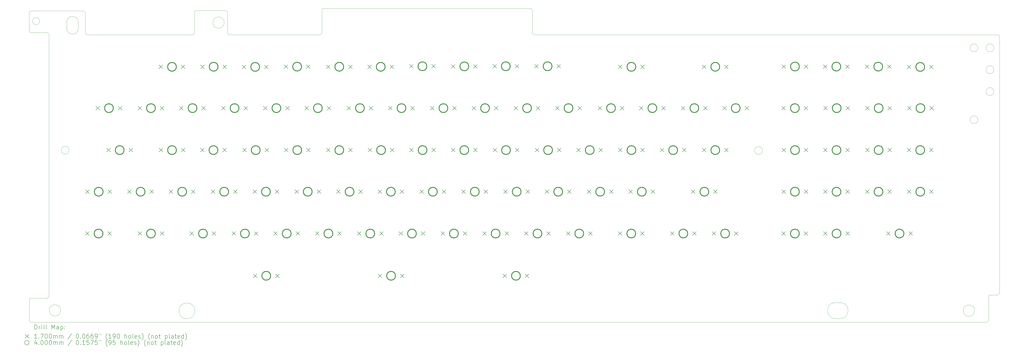
<source format=gbr>
%TF.GenerationSoftware,KiCad,Pcbnew,8.0.7*%
%TF.CreationDate,2025-01-29T20:52:16+00:00*%
%TF.ProjectId,Master-Keyboard_MX,4d617374-6572-42d4-9b65-79626f617264,rev?*%
%TF.SameCoordinates,Original*%
%TF.FileFunction,Drillmap*%
%TF.FilePolarity,Positive*%
%FSLAX45Y45*%
G04 Gerber Fmt 4.5, Leading zero omitted, Abs format (unit mm)*
G04 Created by KiCad (PCBNEW 8.0.7) date 2025-01-29 20:52:16*
%MOMM*%
%LPD*%
G01*
G04 APERTURE LIST*
%ADD10C,0.100000*%
%ADD11C,0.200000*%
%ADD12C,0.170000*%
%ADD13C,0.400000*%
G04 APERTURE END LIST*
D10*
X47929969Y-31890031D02*
X47929969Y-32937500D01*
X13087500Y-18772469D02*
G75*
G02*
X13187531Y-18872500I0J-100031D01*
G01*
X5842394Y-19307606D02*
G75*
G02*
X6372606Y-19307606I265106J0D01*
G01*
X6792562Y-19880031D02*
G75*
G02*
X6692529Y-19780000I-2J100031D01*
G01*
X13035000Y-19325000D02*
G75*
G02*
X12515000Y-19325000I-260000J0D01*
G01*
X12515000Y-19325000D02*
G75*
G02*
X13035000Y-19325000I260000J0D01*
G01*
X48430000Y-31690000D02*
G75*
G02*
X48329969Y-31790030I-100030J0D01*
G01*
X17492531Y-19779969D02*
G75*
G02*
X17392500Y-19880001I-100031J-1D01*
G01*
X41152500Y-32140000D02*
G75*
G02*
X41152500Y-32870000I0J-365000D01*
G01*
X40945000Y-32140000D02*
X41152500Y-32140000D01*
X4125701Y-19677438D02*
X4125701Y-18890000D01*
X11675031Y-19780000D02*
X11675031Y-18872500D01*
X47295000Y-32507500D02*
G75*
G02*
X46775000Y-32507500I-260000J0D01*
G01*
X46775000Y-32507500D02*
G75*
G02*
X47295000Y-32507500I260000J0D01*
G01*
X11692500Y-32515000D02*
G75*
G02*
X10972500Y-32515000I-360000J0D01*
G01*
X10972500Y-32515000D02*
G75*
G02*
X11692500Y-32515000I360000J0D01*
G01*
X48175000Y-20480000D02*
G75*
G02*
X47815000Y-20480000I-180000J0D01*
G01*
X47815000Y-20480000D02*
G75*
G02*
X48175000Y-20480000I180000J0D01*
G01*
X11675031Y-18872500D02*
G75*
G02*
X11775062Y-18772471I100029J0D01*
G01*
X4135000Y-32937500D02*
X4135000Y-32037500D01*
X11775062Y-18772469D02*
X13087500Y-18772469D01*
X17492531Y-19779969D02*
X17492531Y-18777500D01*
X5030000Y-31837500D02*
G75*
G02*
X4929969Y-31937530I-100030J0D01*
G01*
X48175000Y-22480000D02*
G75*
G02*
X47815000Y-22480000I-180000J0D01*
G01*
X47815000Y-22480000D02*
G75*
G02*
X48175000Y-22480000I180000J0D01*
G01*
X4235031Y-31937469D02*
X4930000Y-31937469D01*
X4225733Y-18789969D02*
X6592500Y-18789969D01*
X27205031Y-19885000D02*
G75*
G02*
X27105000Y-19784969I-1J100030D01*
G01*
X13287531Y-19880031D02*
X17392500Y-19880031D01*
X47443000Y-20480000D02*
G75*
G02*
X47083000Y-20480000I-180000J0D01*
G01*
X47083000Y-20480000D02*
G75*
G02*
X47443000Y-20480000I180000J0D01*
G01*
X47929969Y-31890031D02*
G75*
G02*
X48030000Y-31789999I100031J1D01*
G01*
X27105000Y-18777500D02*
X27105000Y-19784969D01*
X48330000Y-31790000D02*
X48030000Y-31790000D01*
X48175000Y-21480000D02*
G75*
G02*
X47815000Y-21480000I-180000J0D01*
G01*
X47815000Y-21480000D02*
G75*
G02*
X48175000Y-21480000I180000J0D01*
G01*
X11675031Y-19780000D02*
G75*
G02*
X11575000Y-19880031I-100031J0D01*
G01*
X27205000Y-19885000D02*
X48330000Y-19885000D01*
X37611000Y-25178000D02*
G75*
G02*
X37251000Y-25178000I-180000J0D01*
G01*
X37251000Y-25178000D02*
G75*
G02*
X37611000Y-25178000I180000J0D01*
G01*
X6592500Y-18789969D02*
G75*
G02*
X6692531Y-18890000I0J-100031D01*
G01*
X5842394Y-19307606D02*
X5842394Y-19589894D01*
X4125701Y-18890000D02*
G75*
G02*
X4225733Y-18789972I100029J0D01*
G01*
X40945000Y-32870000D02*
G75*
G02*
X40945000Y-32140000I0J365000D01*
G01*
X47443000Y-23768000D02*
G75*
G02*
X47083000Y-23768000I-180000J0D01*
G01*
X47083000Y-23768000D02*
G75*
G02*
X47443000Y-23768000I180000J0D01*
G01*
X4610000Y-19255000D02*
G75*
G02*
X4285000Y-19255000I-162500J0D01*
G01*
X4285000Y-19255000D02*
G75*
G02*
X4610000Y-19255000I162500J0D01*
G01*
X4929969Y-19777469D02*
G75*
G02*
X5030001Y-19877500I1J-100031D01*
G01*
X4235031Y-33037531D02*
G75*
G02*
X4134999Y-32937500I-1J100031D01*
G01*
X47829938Y-33037531D02*
X4235000Y-33037531D01*
X48430000Y-19985000D02*
X48430000Y-31690000D01*
X5030000Y-31837500D02*
X5030000Y-19877500D01*
X5567500Y-32495000D02*
G75*
G02*
X5047500Y-32495000I-260000J0D01*
G01*
X5047500Y-32495000D02*
G75*
G02*
X5567500Y-32495000I260000J0D01*
G01*
X27004969Y-18677469D02*
G75*
G02*
X27105001Y-18777500I1J-100031D01*
G01*
X4135000Y-32037500D02*
G75*
G02*
X4235031Y-31937470I100030J0D01*
G01*
X47929969Y-32937500D02*
G75*
G02*
X47829938Y-33037529I-100029J0D01*
G01*
X17592500Y-18677469D02*
X27004969Y-18677469D01*
X6692531Y-18890000D02*
X6692531Y-19780000D01*
X13187531Y-18872500D02*
X13187531Y-19780000D01*
X6792562Y-19880031D02*
X11575000Y-19880031D01*
X5950000Y-25163000D02*
G75*
G02*
X5590000Y-25163000I-180000J0D01*
G01*
X5590000Y-25163000D02*
G75*
G02*
X5950000Y-25163000I180000J0D01*
G01*
X4225733Y-19777469D02*
G75*
G02*
X4125701Y-19677438I-3J100029D01*
G01*
X6372606Y-19589894D02*
G75*
G02*
X5842394Y-19589894I-265106J0D01*
G01*
X40945000Y-32870000D02*
X41152500Y-32870000D01*
X48330000Y-19885000D02*
G75*
G02*
X48430030Y-19985031I0J-100030D01*
G01*
X4929969Y-19777469D02*
X4225733Y-19777469D01*
X6372606Y-19307606D02*
X6372606Y-19589894D01*
X13287531Y-19880031D02*
G75*
G02*
X13187499Y-19780000I-1J100031D01*
G01*
X17492500Y-18777531D02*
G75*
G02*
X17592531Y-18677500I100030J1D01*
G01*
D11*
D12*
X6703500Y-28893500D02*
X6873500Y-29063500D01*
X6873500Y-28893500D02*
X6703500Y-29063500D01*
X6711500Y-26978500D02*
X6881500Y-27148500D01*
X6881500Y-26978500D02*
X6711500Y-27148500D01*
X7178500Y-23154000D02*
X7348500Y-23324000D01*
X7348500Y-23154000D02*
X7178500Y-23324000D01*
X7669500Y-25075000D02*
X7839500Y-25245000D01*
X7839500Y-25075000D02*
X7669500Y-25245000D01*
X7719500Y-28893500D02*
X7889500Y-29063500D01*
X7889500Y-28893500D02*
X7719500Y-29063500D01*
X7727500Y-26978500D02*
X7897500Y-27148500D01*
X7897500Y-26978500D02*
X7727500Y-27148500D01*
X8194500Y-23154000D02*
X8364500Y-23324000D01*
X8364500Y-23154000D02*
X8194500Y-23324000D01*
X8624500Y-26978500D02*
X8794500Y-27148500D01*
X8794500Y-26978500D02*
X8624500Y-27148500D01*
X8685500Y-25075000D02*
X8855500Y-25245000D01*
X8855500Y-25075000D02*
X8685500Y-25245000D01*
X9096500Y-23154000D02*
X9266500Y-23324000D01*
X9266500Y-23154000D02*
X9096500Y-23324000D01*
X9096500Y-28893500D02*
X9266500Y-29063500D01*
X9266500Y-28893500D02*
X9096500Y-29063500D01*
X9640500Y-26978500D02*
X9810500Y-27148500D01*
X9810500Y-26978500D02*
X9640500Y-27148500D01*
X10057000Y-21264000D02*
X10227000Y-21434000D01*
X10227000Y-21264000D02*
X10057000Y-21434000D01*
X10058500Y-25075000D02*
X10228500Y-25245000D01*
X10228500Y-25075000D02*
X10058500Y-25245000D01*
X10112500Y-23154000D02*
X10282500Y-23324000D01*
X10282500Y-23154000D02*
X10112500Y-23324000D01*
X10112500Y-28893500D02*
X10282500Y-29063500D01*
X10282500Y-28893500D02*
X10112500Y-29063500D01*
X10522500Y-26978500D02*
X10692500Y-27148500D01*
X10692500Y-26978500D02*
X10522500Y-27148500D01*
X10995500Y-23154000D02*
X11165500Y-23324000D01*
X11165500Y-23154000D02*
X10995500Y-23324000D01*
X11073000Y-21264000D02*
X11243000Y-21434000D01*
X11243000Y-21264000D02*
X11073000Y-21434000D01*
X11074500Y-25075000D02*
X11244500Y-25245000D01*
X11244500Y-25075000D02*
X11074500Y-25245000D01*
X11470000Y-28893500D02*
X11640000Y-29063500D01*
X11640000Y-28893500D02*
X11470000Y-29063500D01*
X11538500Y-26978500D02*
X11708500Y-27148500D01*
X11708500Y-26978500D02*
X11538500Y-27148500D01*
X11950000Y-25075000D02*
X12120000Y-25245000D01*
X12120000Y-25075000D02*
X11950000Y-25245000D01*
X11959000Y-21259000D02*
X12129000Y-21429000D01*
X12129000Y-21259000D02*
X11959000Y-21429000D01*
X12011500Y-23154000D02*
X12181500Y-23324000D01*
X12181500Y-23154000D02*
X12011500Y-23324000D01*
X12441000Y-26978500D02*
X12611000Y-27148500D01*
X12611000Y-26978500D02*
X12441000Y-27148500D01*
X12486000Y-28893500D02*
X12656000Y-29063500D01*
X12656000Y-28893500D02*
X12486000Y-29063500D01*
X12915000Y-23154000D02*
X13085000Y-23324000D01*
X13085000Y-23154000D02*
X12915000Y-23324000D01*
X12966000Y-25075000D02*
X13136000Y-25245000D01*
X13136000Y-25075000D02*
X12966000Y-25245000D01*
X12975000Y-21259000D02*
X13145000Y-21429000D01*
X13145000Y-21259000D02*
X12975000Y-21429000D01*
X13386500Y-28893500D02*
X13556500Y-29063500D01*
X13556500Y-28893500D02*
X13386500Y-29063500D01*
X13457000Y-26978500D02*
X13627000Y-27148500D01*
X13627000Y-26978500D02*
X13457000Y-27148500D01*
X13855500Y-21266500D02*
X14025500Y-21436500D01*
X14025500Y-21266500D02*
X13855500Y-21436500D01*
X13880500Y-25075000D02*
X14050500Y-25245000D01*
X14050500Y-25075000D02*
X13880500Y-25245000D01*
X13931000Y-23154000D02*
X14101000Y-23324000D01*
X14101000Y-23154000D02*
X13931000Y-23324000D01*
X14344500Y-26978500D02*
X14514500Y-27148500D01*
X14514500Y-26978500D02*
X14344500Y-27148500D01*
X14360500Y-30825500D02*
X14530500Y-30995500D01*
X14530500Y-30825500D02*
X14360500Y-30995500D01*
X14402500Y-28893500D02*
X14572500Y-29063500D01*
X14572500Y-28893500D02*
X14402500Y-29063500D01*
X14824000Y-23154000D02*
X14994000Y-23324000D01*
X14994000Y-23154000D02*
X14824000Y-23324000D01*
X14871500Y-21266500D02*
X15041500Y-21436500D01*
X15041500Y-21266500D02*
X14871500Y-21436500D01*
X14896500Y-25075000D02*
X15066500Y-25245000D01*
X15066500Y-25075000D02*
X14896500Y-25245000D01*
X15295500Y-28893500D02*
X15465500Y-29063500D01*
X15465500Y-28893500D02*
X15295500Y-29063500D01*
X15360500Y-26978500D02*
X15530500Y-27148500D01*
X15530500Y-26978500D02*
X15360500Y-27148500D01*
X15376500Y-30825500D02*
X15546500Y-30995500D01*
X15546500Y-30825500D02*
X15376500Y-30995500D01*
X15770000Y-21254000D02*
X15940000Y-21424000D01*
X15940000Y-21254000D02*
X15770000Y-21424000D01*
X15777500Y-25075000D02*
X15947500Y-25245000D01*
X15947500Y-25075000D02*
X15777500Y-25245000D01*
X15840000Y-23154000D02*
X16010000Y-23324000D01*
X16010000Y-23154000D02*
X15840000Y-23324000D01*
X16255500Y-26978500D02*
X16425500Y-27148500D01*
X16425500Y-26978500D02*
X16255500Y-27148500D01*
X16311500Y-28893500D02*
X16481500Y-29063500D01*
X16481500Y-28893500D02*
X16311500Y-29063500D01*
X16717000Y-23154000D02*
X16887000Y-23324000D01*
X16887000Y-23154000D02*
X16717000Y-23324000D01*
X16786000Y-21254000D02*
X16956000Y-21424000D01*
X16956000Y-21254000D02*
X16786000Y-21424000D01*
X16793500Y-25075000D02*
X16963500Y-25245000D01*
X16963500Y-25075000D02*
X16793500Y-25245000D01*
X17199000Y-28893500D02*
X17369000Y-29063500D01*
X17369000Y-28893500D02*
X17199000Y-29063500D01*
X17271500Y-26978500D02*
X17441500Y-27148500D01*
X17441500Y-26978500D02*
X17271500Y-27148500D01*
X17695000Y-21259000D02*
X17865000Y-21429000D01*
X17865000Y-21259000D02*
X17695000Y-21429000D01*
X17695500Y-25075000D02*
X17865500Y-25245000D01*
X17865500Y-25075000D02*
X17695500Y-25245000D01*
X17733000Y-23154000D02*
X17903000Y-23324000D01*
X17903000Y-23154000D02*
X17733000Y-23324000D01*
X18164500Y-26978500D02*
X18334500Y-27148500D01*
X18334500Y-26978500D02*
X18164500Y-27148500D01*
X18215000Y-28893500D02*
X18385000Y-29063500D01*
X18385000Y-28893500D02*
X18215000Y-29063500D01*
X18638000Y-23154000D02*
X18808000Y-23324000D01*
X18808000Y-23154000D02*
X18638000Y-23324000D01*
X18711000Y-21259000D02*
X18881000Y-21429000D01*
X18881000Y-21259000D02*
X18711000Y-21429000D01*
X18711500Y-25075000D02*
X18881500Y-25245000D01*
X18881500Y-25075000D02*
X18711500Y-25245000D01*
X19110000Y-28893500D02*
X19280000Y-29063500D01*
X19280000Y-28893500D02*
X19110000Y-29063500D01*
X19180500Y-26978500D02*
X19350500Y-27148500D01*
X19350500Y-26978500D02*
X19180500Y-27148500D01*
X19587000Y-21262000D02*
X19757000Y-21432000D01*
X19757000Y-21262000D02*
X19587000Y-21432000D01*
X19602500Y-25075000D02*
X19772500Y-25245000D01*
X19772500Y-25075000D02*
X19602500Y-25245000D01*
X19654000Y-23154000D02*
X19824000Y-23324000D01*
X19824000Y-23154000D02*
X19654000Y-23324000D01*
X20051500Y-26978500D02*
X20221500Y-27148500D01*
X20221500Y-26978500D02*
X20051500Y-27148500D01*
X20060500Y-30825500D02*
X20230500Y-30995500D01*
X20230500Y-30825500D02*
X20060500Y-30995500D01*
X20126000Y-28893500D02*
X20296000Y-29063500D01*
X20296000Y-28893500D02*
X20126000Y-29063500D01*
X20535500Y-23154000D02*
X20705500Y-23324000D01*
X20705500Y-23154000D02*
X20535500Y-23324000D01*
X20603000Y-21262000D02*
X20773000Y-21432000D01*
X20773000Y-21262000D02*
X20603000Y-21432000D01*
X20618500Y-25075000D02*
X20788500Y-25245000D01*
X20788500Y-25075000D02*
X20618500Y-25245000D01*
X21013500Y-28893500D02*
X21183500Y-29063500D01*
X21183500Y-28893500D02*
X21013500Y-29063500D01*
X21067500Y-26978500D02*
X21237500Y-27148500D01*
X21237500Y-26978500D02*
X21067500Y-27148500D01*
X21076500Y-30825500D02*
X21246500Y-30995500D01*
X21246500Y-30825500D02*
X21076500Y-30995500D01*
X21491000Y-21238000D02*
X21661000Y-21408000D01*
X21661000Y-21238000D02*
X21491000Y-21408000D01*
X21499500Y-25075000D02*
X21669500Y-25245000D01*
X21669500Y-25075000D02*
X21499500Y-25245000D01*
X21551500Y-23154000D02*
X21721500Y-23324000D01*
X21721500Y-23154000D02*
X21551500Y-23324000D01*
X21967500Y-26978500D02*
X22137500Y-27148500D01*
X22137500Y-26978500D02*
X21967500Y-27148500D01*
X22029500Y-28893500D02*
X22199500Y-29063500D01*
X22199500Y-28893500D02*
X22029500Y-29063500D01*
X22449000Y-23154000D02*
X22619000Y-23324000D01*
X22619000Y-23154000D02*
X22449000Y-23324000D01*
X22507000Y-21238000D02*
X22677000Y-21408000D01*
X22677000Y-21238000D02*
X22507000Y-21408000D01*
X22515500Y-25075000D02*
X22685500Y-25245000D01*
X22685500Y-25075000D02*
X22515500Y-25245000D01*
X22929000Y-28893500D02*
X23099000Y-29063500D01*
X23099000Y-28893500D02*
X22929000Y-29063500D01*
X22983500Y-26978500D02*
X23153500Y-27148500D01*
X23153500Y-26978500D02*
X22983500Y-27148500D01*
X23402500Y-25075000D02*
X23572500Y-25245000D01*
X23572500Y-25075000D02*
X23402500Y-25245000D01*
X23405000Y-21242000D02*
X23575000Y-21412000D01*
X23575000Y-21242000D02*
X23405000Y-21412000D01*
X23465000Y-23154000D02*
X23635000Y-23324000D01*
X23635000Y-23154000D02*
X23465000Y-23324000D01*
X23883000Y-26978500D02*
X24053000Y-27148500D01*
X24053000Y-26978500D02*
X23883000Y-27148500D01*
X23945000Y-28893500D02*
X24115000Y-29063500D01*
X24115000Y-28893500D02*
X23945000Y-29063500D01*
X24350500Y-23154000D02*
X24520500Y-23324000D01*
X24520500Y-23154000D02*
X24350500Y-23324000D01*
X24418500Y-25075000D02*
X24588500Y-25245000D01*
X24588500Y-25075000D02*
X24418500Y-25245000D01*
X24421000Y-21242000D02*
X24591000Y-21412000D01*
X24591000Y-21242000D02*
X24421000Y-21412000D01*
X24833500Y-28893500D02*
X25003500Y-29063500D01*
X25003500Y-28893500D02*
X24833500Y-29063500D01*
X24899000Y-26978500D02*
X25069000Y-27148500D01*
X25069000Y-26978500D02*
X24899000Y-27148500D01*
X25299000Y-21238000D02*
X25469000Y-21408000D01*
X25469000Y-21238000D02*
X25299000Y-21408000D01*
X25308000Y-25075000D02*
X25478000Y-25245000D01*
X25478000Y-25075000D02*
X25308000Y-25245000D01*
X25366500Y-23154000D02*
X25536500Y-23324000D01*
X25536500Y-23154000D02*
X25366500Y-23324000D01*
X25760500Y-30825500D02*
X25930500Y-30995500D01*
X25930500Y-30825500D02*
X25760500Y-30995500D01*
X25795500Y-26978500D02*
X25965500Y-27148500D01*
X25965500Y-26978500D02*
X25795500Y-27148500D01*
X25849500Y-28893500D02*
X26019500Y-29063500D01*
X26019500Y-28893500D02*
X25849500Y-29063500D01*
X26267500Y-23154000D02*
X26437500Y-23324000D01*
X26437500Y-23154000D02*
X26267500Y-23324000D01*
X26315000Y-21238000D02*
X26485000Y-21408000D01*
X26485000Y-21238000D02*
X26315000Y-21408000D01*
X26324000Y-25075000D02*
X26494000Y-25245000D01*
X26494000Y-25075000D02*
X26324000Y-25245000D01*
X26744500Y-28893500D02*
X26914500Y-29063500D01*
X26914500Y-28893500D02*
X26744500Y-29063500D01*
X26776500Y-30825500D02*
X26946500Y-30995500D01*
X26946500Y-30825500D02*
X26776500Y-30995500D01*
X26811500Y-26978500D02*
X26981500Y-27148500D01*
X26981500Y-26978500D02*
X26811500Y-27148500D01*
X27207000Y-21238000D02*
X27377000Y-21408000D01*
X27377000Y-21238000D02*
X27207000Y-21408000D01*
X27228500Y-25075000D02*
X27398500Y-25245000D01*
X27398500Y-25075000D02*
X27228500Y-25245000D01*
X27283500Y-23154000D02*
X27453500Y-23324000D01*
X27453500Y-23154000D02*
X27283500Y-23324000D01*
X27690500Y-26978500D02*
X27860500Y-27148500D01*
X27860500Y-26978500D02*
X27690500Y-27148500D01*
X27760500Y-28893500D02*
X27930500Y-29063500D01*
X27930500Y-28893500D02*
X27760500Y-29063500D01*
X28161000Y-23154000D02*
X28331000Y-23324000D01*
X28331000Y-23154000D02*
X28161000Y-23324000D01*
X28223000Y-21238000D02*
X28393000Y-21408000D01*
X28393000Y-21238000D02*
X28223000Y-21408000D01*
X28244500Y-25075000D02*
X28414500Y-25245000D01*
X28414500Y-25075000D02*
X28244500Y-25245000D01*
X28652500Y-28893500D02*
X28822500Y-29063500D01*
X28822500Y-28893500D02*
X28652500Y-29063500D01*
X28706500Y-26978500D02*
X28876500Y-27148500D01*
X28876500Y-26978500D02*
X28706500Y-27148500D01*
X29129500Y-25075000D02*
X29299500Y-25245000D01*
X29299500Y-25075000D02*
X29129500Y-25245000D01*
X29177000Y-23154000D02*
X29347000Y-23324000D01*
X29347000Y-23154000D02*
X29177000Y-23324000D01*
X29607500Y-26978500D02*
X29777500Y-27148500D01*
X29777500Y-26978500D02*
X29607500Y-27148500D01*
X29668500Y-28893500D02*
X29838500Y-29063500D01*
X29838500Y-28893500D02*
X29668500Y-29063500D01*
X30101000Y-23154000D02*
X30271000Y-23324000D01*
X30271000Y-23154000D02*
X30101000Y-23324000D01*
X30145500Y-25075000D02*
X30315500Y-25245000D01*
X30315500Y-25075000D02*
X30145500Y-25245000D01*
X30623500Y-26978500D02*
X30793500Y-27148500D01*
X30793500Y-26978500D02*
X30623500Y-27148500D01*
X31026000Y-28893500D02*
X31196000Y-29063500D01*
X31196000Y-28893500D02*
X31026000Y-29063500D01*
X31033000Y-21261000D02*
X31203000Y-21431000D01*
X31203000Y-21261000D02*
X31033000Y-21431000D01*
X31034000Y-25075000D02*
X31204000Y-25245000D01*
X31204000Y-25075000D02*
X31034000Y-25245000D01*
X31117000Y-23154000D02*
X31287000Y-23324000D01*
X31287000Y-23154000D02*
X31117000Y-23324000D01*
X31508500Y-26978500D02*
X31678500Y-27148500D01*
X31678500Y-26978500D02*
X31508500Y-27148500D01*
X31989000Y-23154000D02*
X32159000Y-23324000D01*
X32159000Y-23154000D02*
X31989000Y-23324000D01*
X32042000Y-28893500D02*
X32212000Y-29063500D01*
X32212000Y-28893500D02*
X32042000Y-29063500D01*
X32049000Y-21261000D02*
X32219000Y-21431000D01*
X32219000Y-21261000D02*
X32049000Y-21431000D01*
X32050000Y-25075000D02*
X32220000Y-25245000D01*
X32220000Y-25075000D02*
X32050000Y-25245000D01*
X32524500Y-26978500D02*
X32694500Y-27148500D01*
X32694500Y-26978500D02*
X32524500Y-27148500D01*
X32939000Y-25075000D02*
X33109000Y-25245000D01*
X33109000Y-25075000D02*
X32939000Y-25245000D01*
X33005000Y-23154000D02*
X33175000Y-23324000D01*
X33175000Y-23154000D02*
X33005000Y-23324000D01*
X33405000Y-28893500D02*
X33575000Y-29063500D01*
X33575000Y-28893500D02*
X33405000Y-29063500D01*
X33907000Y-23154000D02*
X34077000Y-23324000D01*
X34077000Y-23154000D02*
X33907000Y-23324000D01*
X33955000Y-25075000D02*
X34125000Y-25245000D01*
X34125000Y-25075000D02*
X33955000Y-25245000D01*
X34364500Y-26978500D02*
X34534500Y-27148500D01*
X34534500Y-26978500D02*
X34364500Y-27148500D01*
X34421000Y-28893500D02*
X34591000Y-29063500D01*
X34591000Y-28893500D02*
X34421000Y-29063500D01*
X34862000Y-21260000D02*
X35032000Y-21430000D01*
X35032000Y-21260000D02*
X34862000Y-21430000D01*
X34862500Y-25075000D02*
X35032500Y-25245000D01*
X35032500Y-25075000D02*
X34862500Y-25245000D01*
X34923000Y-23154000D02*
X35093000Y-23324000D01*
X35093000Y-23154000D02*
X34923000Y-23324000D01*
X35312000Y-28893500D02*
X35482000Y-29063500D01*
X35482000Y-28893500D02*
X35312000Y-29063500D01*
X35380500Y-26978500D02*
X35550500Y-27148500D01*
X35550500Y-26978500D02*
X35380500Y-27148500D01*
X35796000Y-23154000D02*
X35966000Y-23324000D01*
X35966000Y-23154000D02*
X35796000Y-23324000D01*
X35878000Y-21260000D02*
X36048000Y-21430000D01*
X36048000Y-21260000D02*
X35878000Y-21430000D01*
X35878500Y-25075000D02*
X36048500Y-25245000D01*
X36048500Y-25075000D02*
X35878500Y-25245000D01*
X36328000Y-28893500D02*
X36498000Y-29063500D01*
X36498000Y-28893500D02*
X36328000Y-29063500D01*
X36812000Y-23154000D02*
X36982000Y-23324000D01*
X36982000Y-23154000D02*
X36812000Y-23324000D01*
X38496500Y-23154000D02*
X38666500Y-23324000D01*
X38666500Y-23154000D02*
X38496500Y-23324000D01*
X38496500Y-28893500D02*
X38666500Y-29063500D01*
X38666500Y-28893500D02*
X38496500Y-29063500D01*
X38497500Y-26978500D02*
X38667500Y-27148500D01*
X38667500Y-26978500D02*
X38497500Y-27148500D01*
X38498500Y-21249500D02*
X38668500Y-21419500D01*
X38668500Y-21249500D02*
X38498500Y-21419500D01*
X38502500Y-25075000D02*
X38672500Y-25245000D01*
X38672500Y-25075000D02*
X38502500Y-25245000D01*
X39512500Y-23154000D02*
X39682500Y-23324000D01*
X39682500Y-23154000D02*
X39512500Y-23324000D01*
X39512500Y-28893500D02*
X39682500Y-29063500D01*
X39682500Y-28893500D02*
X39512500Y-29063500D01*
X39513500Y-26978500D02*
X39683500Y-27148500D01*
X39683500Y-26978500D02*
X39513500Y-27148500D01*
X39514500Y-21249500D02*
X39684500Y-21419500D01*
X39684500Y-21249500D02*
X39514500Y-21419500D01*
X39518500Y-25075000D02*
X39688500Y-25245000D01*
X39688500Y-25075000D02*
X39518500Y-25245000D01*
X40390000Y-21252000D02*
X40560000Y-21422000D01*
X40560000Y-21252000D02*
X40390000Y-21422000D01*
X40397500Y-25075000D02*
X40567500Y-25245000D01*
X40567500Y-25075000D02*
X40397500Y-25245000D01*
X40397500Y-26978500D02*
X40567500Y-27148500D01*
X40567500Y-26978500D02*
X40397500Y-27148500D01*
X40397500Y-28893500D02*
X40567500Y-29063500D01*
X40567500Y-28893500D02*
X40397500Y-29063500D01*
X40407000Y-23154000D02*
X40577000Y-23324000D01*
X40577000Y-23154000D02*
X40407000Y-23324000D01*
X41406000Y-21252000D02*
X41576000Y-21422000D01*
X41576000Y-21252000D02*
X41406000Y-21422000D01*
X41413500Y-25075000D02*
X41583500Y-25245000D01*
X41583500Y-25075000D02*
X41413500Y-25245000D01*
X41413500Y-26978500D02*
X41583500Y-27148500D01*
X41583500Y-26978500D02*
X41413500Y-27148500D01*
X41413500Y-28893500D02*
X41583500Y-29063500D01*
X41583500Y-28893500D02*
X41413500Y-29063500D01*
X41423000Y-23154000D02*
X41593000Y-23324000D01*
X41593000Y-23154000D02*
X41423000Y-23324000D01*
X42301500Y-21254500D02*
X42471500Y-21424500D01*
X42471500Y-21254500D02*
X42301500Y-21424500D01*
X42314500Y-26978500D02*
X42484500Y-27148500D01*
X42484500Y-26978500D02*
X42314500Y-27148500D01*
X42319500Y-25075000D02*
X42489500Y-25245000D01*
X42489500Y-25075000D02*
X42319500Y-25245000D01*
X42322000Y-23154000D02*
X42492000Y-23324000D01*
X42492000Y-23154000D02*
X42322000Y-23324000D01*
X43274500Y-28893500D02*
X43444500Y-29063500D01*
X43444500Y-28893500D02*
X43274500Y-29063500D01*
X43317500Y-21254500D02*
X43487500Y-21424500D01*
X43487500Y-21254500D02*
X43317500Y-21424500D01*
X43330500Y-26978500D02*
X43500500Y-27148500D01*
X43500500Y-26978500D02*
X43330500Y-27148500D01*
X43335500Y-25075000D02*
X43505500Y-25245000D01*
X43505500Y-25075000D02*
X43335500Y-25245000D01*
X43338000Y-23154000D02*
X43508000Y-23324000D01*
X43508000Y-23154000D02*
X43338000Y-23324000D01*
X44218000Y-25075000D02*
X44388000Y-25245000D01*
X44388000Y-25075000D02*
X44218000Y-25245000D01*
X44219500Y-21266500D02*
X44389500Y-21436500D01*
X44389500Y-21266500D02*
X44219500Y-21436500D01*
X44222000Y-26978500D02*
X44392000Y-27148500D01*
X44392000Y-26978500D02*
X44222000Y-27148500D01*
X44230000Y-23154000D02*
X44400000Y-23324000D01*
X44400000Y-23154000D02*
X44230000Y-23324000D01*
X44290500Y-28893500D02*
X44460500Y-29063500D01*
X44460500Y-28893500D02*
X44290500Y-29063500D01*
X45234000Y-25075000D02*
X45404000Y-25245000D01*
X45404000Y-25075000D02*
X45234000Y-25245000D01*
X45235500Y-21266500D02*
X45405500Y-21436500D01*
X45405500Y-21266500D02*
X45235500Y-21436500D01*
X45238000Y-26978500D02*
X45408000Y-27148500D01*
X45408000Y-26978500D02*
X45238000Y-27148500D01*
X45246000Y-23154000D02*
X45416000Y-23324000D01*
X45416000Y-23154000D02*
X45246000Y-23324000D01*
D13*
X7496500Y-28978500D02*
G75*
G02*
X7096500Y-28978500I-200000J0D01*
G01*
X7096500Y-28978500D02*
G75*
G02*
X7496500Y-28978500I200000J0D01*
G01*
X7504500Y-27063500D02*
G75*
G02*
X7104500Y-27063500I-200000J0D01*
G01*
X7104500Y-27063500D02*
G75*
G02*
X7504500Y-27063500I200000J0D01*
G01*
X7971500Y-23239000D02*
G75*
G02*
X7571500Y-23239000I-200000J0D01*
G01*
X7571500Y-23239000D02*
G75*
G02*
X7971500Y-23239000I200000J0D01*
G01*
X8462500Y-25160000D02*
G75*
G02*
X8062500Y-25160000I-200000J0D01*
G01*
X8062500Y-25160000D02*
G75*
G02*
X8462500Y-25160000I200000J0D01*
G01*
X9417500Y-27063500D02*
G75*
G02*
X9017500Y-27063500I-200000J0D01*
G01*
X9017500Y-27063500D02*
G75*
G02*
X9417500Y-27063500I200000J0D01*
G01*
X9889500Y-23239000D02*
G75*
G02*
X9489500Y-23239000I-200000J0D01*
G01*
X9489500Y-23239000D02*
G75*
G02*
X9889500Y-23239000I200000J0D01*
G01*
X9889500Y-28978500D02*
G75*
G02*
X9489500Y-28978500I-200000J0D01*
G01*
X9489500Y-28978500D02*
G75*
G02*
X9889500Y-28978500I200000J0D01*
G01*
X10850000Y-21349000D02*
G75*
G02*
X10450000Y-21349000I-200000J0D01*
G01*
X10450000Y-21349000D02*
G75*
G02*
X10850000Y-21349000I200000J0D01*
G01*
X10851500Y-25160000D02*
G75*
G02*
X10451500Y-25160000I-200000J0D01*
G01*
X10451500Y-25160000D02*
G75*
G02*
X10851500Y-25160000I200000J0D01*
G01*
X11315500Y-27063500D02*
G75*
G02*
X10915500Y-27063500I-200000J0D01*
G01*
X10915500Y-27063500D02*
G75*
G02*
X11315500Y-27063500I200000J0D01*
G01*
X11788500Y-23239000D02*
G75*
G02*
X11388500Y-23239000I-200000J0D01*
G01*
X11388500Y-23239000D02*
G75*
G02*
X11788500Y-23239000I200000J0D01*
G01*
X12263000Y-28978500D02*
G75*
G02*
X11863000Y-28978500I-200000J0D01*
G01*
X11863000Y-28978500D02*
G75*
G02*
X12263000Y-28978500I200000J0D01*
G01*
X12743000Y-25160000D02*
G75*
G02*
X12343000Y-25160000I-200000J0D01*
G01*
X12343000Y-25160000D02*
G75*
G02*
X12743000Y-25160000I200000J0D01*
G01*
X12752000Y-21344000D02*
G75*
G02*
X12352000Y-21344000I-200000J0D01*
G01*
X12352000Y-21344000D02*
G75*
G02*
X12752000Y-21344000I200000J0D01*
G01*
X13234000Y-27063500D02*
G75*
G02*
X12834000Y-27063500I-200000J0D01*
G01*
X12834000Y-27063500D02*
G75*
G02*
X13234000Y-27063500I200000J0D01*
G01*
X13708000Y-23239000D02*
G75*
G02*
X13308000Y-23239000I-200000J0D01*
G01*
X13308000Y-23239000D02*
G75*
G02*
X13708000Y-23239000I200000J0D01*
G01*
X14179500Y-28978500D02*
G75*
G02*
X13779500Y-28978500I-200000J0D01*
G01*
X13779500Y-28978500D02*
G75*
G02*
X14179500Y-28978500I200000J0D01*
G01*
X14648500Y-21351500D02*
G75*
G02*
X14248500Y-21351500I-200000J0D01*
G01*
X14248500Y-21351500D02*
G75*
G02*
X14648500Y-21351500I200000J0D01*
G01*
X14673500Y-25160000D02*
G75*
G02*
X14273500Y-25160000I-200000J0D01*
G01*
X14273500Y-25160000D02*
G75*
G02*
X14673500Y-25160000I200000J0D01*
G01*
X15137500Y-27063500D02*
G75*
G02*
X14737500Y-27063500I-200000J0D01*
G01*
X14737500Y-27063500D02*
G75*
G02*
X15137500Y-27063500I200000J0D01*
G01*
X15153500Y-30910500D02*
G75*
G02*
X14753500Y-30910500I-200000J0D01*
G01*
X14753500Y-30910500D02*
G75*
G02*
X15153500Y-30910500I200000J0D01*
G01*
X15617000Y-23239000D02*
G75*
G02*
X15217000Y-23239000I-200000J0D01*
G01*
X15217000Y-23239000D02*
G75*
G02*
X15617000Y-23239000I200000J0D01*
G01*
X16088500Y-28978500D02*
G75*
G02*
X15688500Y-28978500I-200000J0D01*
G01*
X15688500Y-28978500D02*
G75*
G02*
X16088500Y-28978500I200000J0D01*
G01*
X16563000Y-21339000D02*
G75*
G02*
X16163000Y-21339000I-200000J0D01*
G01*
X16163000Y-21339000D02*
G75*
G02*
X16563000Y-21339000I200000J0D01*
G01*
X16570500Y-25160000D02*
G75*
G02*
X16170500Y-25160000I-200000J0D01*
G01*
X16170500Y-25160000D02*
G75*
G02*
X16570500Y-25160000I200000J0D01*
G01*
X17048500Y-27063500D02*
G75*
G02*
X16648500Y-27063500I-200000J0D01*
G01*
X16648500Y-27063500D02*
G75*
G02*
X17048500Y-27063500I200000J0D01*
G01*
X17510000Y-23239000D02*
G75*
G02*
X17110000Y-23239000I-200000J0D01*
G01*
X17110000Y-23239000D02*
G75*
G02*
X17510000Y-23239000I200000J0D01*
G01*
X17992000Y-28978500D02*
G75*
G02*
X17592000Y-28978500I-200000J0D01*
G01*
X17592000Y-28978500D02*
G75*
G02*
X17992000Y-28978500I200000J0D01*
G01*
X18488000Y-21344000D02*
G75*
G02*
X18088000Y-21344000I-200000J0D01*
G01*
X18088000Y-21344000D02*
G75*
G02*
X18488000Y-21344000I200000J0D01*
G01*
X18488500Y-25160000D02*
G75*
G02*
X18088500Y-25160000I-200000J0D01*
G01*
X18088500Y-25160000D02*
G75*
G02*
X18488500Y-25160000I200000J0D01*
G01*
X18957500Y-27063500D02*
G75*
G02*
X18557500Y-27063500I-200000J0D01*
G01*
X18557500Y-27063500D02*
G75*
G02*
X18957500Y-27063500I200000J0D01*
G01*
X19431000Y-23239000D02*
G75*
G02*
X19031000Y-23239000I-200000J0D01*
G01*
X19031000Y-23239000D02*
G75*
G02*
X19431000Y-23239000I200000J0D01*
G01*
X19903000Y-28978500D02*
G75*
G02*
X19503000Y-28978500I-200000J0D01*
G01*
X19503000Y-28978500D02*
G75*
G02*
X19903000Y-28978500I200000J0D01*
G01*
X20380000Y-21347000D02*
G75*
G02*
X19980000Y-21347000I-200000J0D01*
G01*
X19980000Y-21347000D02*
G75*
G02*
X20380000Y-21347000I200000J0D01*
G01*
X20395500Y-25160000D02*
G75*
G02*
X19995500Y-25160000I-200000J0D01*
G01*
X19995500Y-25160000D02*
G75*
G02*
X20395500Y-25160000I200000J0D01*
G01*
X20844500Y-27063500D02*
G75*
G02*
X20444500Y-27063500I-200000J0D01*
G01*
X20444500Y-27063500D02*
G75*
G02*
X20844500Y-27063500I200000J0D01*
G01*
X20853500Y-30910500D02*
G75*
G02*
X20453500Y-30910500I-200000J0D01*
G01*
X20453500Y-30910500D02*
G75*
G02*
X20853500Y-30910500I200000J0D01*
G01*
X21328500Y-23239000D02*
G75*
G02*
X20928500Y-23239000I-200000J0D01*
G01*
X20928500Y-23239000D02*
G75*
G02*
X21328500Y-23239000I200000J0D01*
G01*
X21806500Y-28978500D02*
G75*
G02*
X21406500Y-28978500I-200000J0D01*
G01*
X21406500Y-28978500D02*
G75*
G02*
X21806500Y-28978500I200000J0D01*
G01*
X22284000Y-21323000D02*
G75*
G02*
X21884000Y-21323000I-200000J0D01*
G01*
X21884000Y-21323000D02*
G75*
G02*
X22284000Y-21323000I200000J0D01*
G01*
X22292500Y-25160000D02*
G75*
G02*
X21892500Y-25160000I-200000J0D01*
G01*
X21892500Y-25160000D02*
G75*
G02*
X22292500Y-25160000I200000J0D01*
G01*
X22760500Y-27063500D02*
G75*
G02*
X22360500Y-27063500I-200000J0D01*
G01*
X22360500Y-27063500D02*
G75*
G02*
X22760500Y-27063500I200000J0D01*
G01*
X23242000Y-23239000D02*
G75*
G02*
X22842000Y-23239000I-200000J0D01*
G01*
X22842000Y-23239000D02*
G75*
G02*
X23242000Y-23239000I200000J0D01*
G01*
X23722000Y-28978500D02*
G75*
G02*
X23322000Y-28978500I-200000J0D01*
G01*
X23322000Y-28978500D02*
G75*
G02*
X23722000Y-28978500I200000J0D01*
G01*
X24195500Y-25160000D02*
G75*
G02*
X23795500Y-25160000I-200000J0D01*
G01*
X23795500Y-25160000D02*
G75*
G02*
X24195500Y-25160000I200000J0D01*
G01*
X24198000Y-21327000D02*
G75*
G02*
X23798000Y-21327000I-200000J0D01*
G01*
X23798000Y-21327000D02*
G75*
G02*
X24198000Y-21327000I200000J0D01*
G01*
X24676000Y-27063500D02*
G75*
G02*
X24276000Y-27063500I-200000J0D01*
G01*
X24276000Y-27063500D02*
G75*
G02*
X24676000Y-27063500I200000J0D01*
G01*
X25143500Y-23239000D02*
G75*
G02*
X24743500Y-23239000I-200000J0D01*
G01*
X24743500Y-23239000D02*
G75*
G02*
X25143500Y-23239000I200000J0D01*
G01*
X25626500Y-28978500D02*
G75*
G02*
X25226500Y-28978500I-200000J0D01*
G01*
X25226500Y-28978500D02*
G75*
G02*
X25626500Y-28978500I200000J0D01*
G01*
X26092000Y-21323000D02*
G75*
G02*
X25692000Y-21323000I-200000J0D01*
G01*
X25692000Y-21323000D02*
G75*
G02*
X26092000Y-21323000I200000J0D01*
G01*
X26101000Y-25160000D02*
G75*
G02*
X25701000Y-25160000I-200000J0D01*
G01*
X25701000Y-25160000D02*
G75*
G02*
X26101000Y-25160000I200000J0D01*
G01*
X26553500Y-30910500D02*
G75*
G02*
X26153500Y-30910500I-200000J0D01*
G01*
X26153500Y-30910500D02*
G75*
G02*
X26553500Y-30910500I200000J0D01*
G01*
X26588500Y-27063500D02*
G75*
G02*
X26188500Y-27063500I-200000J0D01*
G01*
X26188500Y-27063500D02*
G75*
G02*
X26588500Y-27063500I200000J0D01*
G01*
X27060500Y-23239000D02*
G75*
G02*
X26660500Y-23239000I-200000J0D01*
G01*
X26660500Y-23239000D02*
G75*
G02*
X27060500Y-23239000I200000J0D01*
G01*
X27537500Y-28978500D02*
G75*
G02*
X27137500Y-28978500I-200000J0D01*
G01*
X27137500Y-28978500D02*
G75*
G02*
X27537500Y-28978500I200000J0D01*
G01*
X28000000Y-21323000D02*
G75*
G02*
X27600000Y-21323000I-200000J0D01*
G01*
X27600000Y-21323000D02*
G75*
G02*
X28000000Y-21323000I200000J0D01*
G01*
X28021500Y-25160000D02*
G75*
G02*
X27621500Y-25160000I-200000J0D01*
G01*
X27621500Y-25160000D02*
G75*
G02*
X28021500Y-25160000I200000J0D01*
G01*
X28483500Y-27063500D02*
G75*
G02*
X28083500Y-27063500I-200000J0D01*
G01*
X28083500Y-27063500D02*
G75*
G02*
X28483500Y-27063500I200000J0D01*
G01*
X28954000Y-23239000D02*
G75*
G02*
X28554000Y-23239000I-200000J0D01*
G01*
X28554000Y-23239000D02*
G75*
G02*
X28954000Y-23239000I200000J0D01*
G01*
X29445500Y-28978500D02*
G75*
G02*
X29045500Y-28978500I-200000J0D01*
G01*
X29045500Y-28978500D02*
G75*
G02*
X29445500Y-28978500I200000J0D01*
G01*
X29922500Y-25160000D02*
G75*
G02*
X29522500Y-25160000I-200000J0D01*
G01*
X29522500Y-25160000D02*
G75*
G02*
X29922500Y-25160000I200000J0D01*
G01*
X30400500Y-27063500D02*
G75*
G02*
X30000500Y-27063500I-200000J0D01*
G01*
X30000500Y-27063500D02*
G75*
G02*
X30400500Y-27063500I200000J0D01*
G01*
X30894000Y-23239000D02*
G75*
G02*
X30494000Y-23239000I-200000J0D01*
G01*
X30494000Y-23239000D02*
G75*
G02*
X30894000Y-23239000I200000J0D01*
G01*
X31819000Y-28978500D02*
G75*
G02*
X31419000Y-28978500I-200000J0D01*
G01*
X31419000Y-28978500D02*
G75*
G02*
X31819000Y-28978500I200000J0D01*
G01*
X31826000Y-21346000D02*
G75*
G02*
X31426000Y-21346000I-200000J0D01*
G01*
X31426000Y-21346000D02*
G75*
G02*
X31826000Y-21346000I200000J0D01*
G01*
X31827000Y-25160000D02*
G75*
G02*
X31427000Y-25160000I-200000J0D01*
G01*
X31427000Y-25160000D02*
G75*
G02*
X31827000Y-25160000I200000J0D01*
G01*
X32301500Y-27063500D02*
G75*
G02*
X31901500Y-27063500I-200000J0D01*
G01*
X31901500Y-27063500D02*
G75*
G02*
X32301500Y-27063500I200000J0D01*
G01*
X32782000Y-23239000D02*
G75*
G02*
X32382000Y-23239000I-200000J0D01*
G01*
X32382000Y-23239000D02*
G75*
G02*
X32782000Y-23239000I200000J0D01*
G01*
X33732000Y-25160000D02*
G75*
G02*
X33332000Y-25160000I-200000J0D01*
G01*
X33332000Y-25160000D02*
G75*
G02*
X33732000Y-25160000I200000J0D01*
G01*
X34198000Y-28978500D02*
G75*
G02*
X33798000Y-28978500I-200000J0D01*
G01*
X33798000Y-28978500D02*
G75*
G02*
X34198000Y-28978500I200000J0D01*
G01*
X34700000Y-23239000D02*
G75*
G02*
X34300000Y-23239000I-200000J0D01*
G01*
X34300000Y-23239000D02*
G75*
G02*
X34700000Y-23239000I200000J0D01*
G01*
X35157500Y-27063500D02*
G75*
G02*
X34757500Y-27063500I-200000J0D01*
G01*
X34757500Y-27063500D02*
G75*
G02*
X35157500Y-27063500I200000J0D01*
G01*
X35655000Y-21345000D02*
G75*
G02*
X35255000Y-21345000I-200000J0D01*
G01*
X35255000Y-21345000D02*
G75*
G02*
X35655000Y-21345000I200000J0D01*
G01*
X35655500Y-25160000D02*
G75*
G02*
X35255500Y-25160000I-200000J0D01*
G01*
X35255500Y-25160000D02*
G75*
G02*
X35655500Y-25160000I200000J0D01*
G01*
X36105000Y-28978500D02*
G75*
G02*
X35705000Y-28978500I-200000J0D01*
G01*
X35705000Y-28978500D02*
G75*
G02*
X36105000Y-28978500I200000J0D01*
G01*
X36589000Y-23239000D02*
G75*
G02*
X36189000Y-23239000I-200000J0D01*
G01*
X36189000Y-23239000D02*
G75*
G02*
X36589000Y-23239000I200000J0D01*
G01*
X39289500Y-23239000D02*
G75*
G02*
X38889500Y-23239000I-200000J0D01*
G01*
X38889500Y-23239000D02*
G75*
G02*
X39289500Y-23239000I200000J0D01*
G01*
X39289500Y-28978500D02*
G75*
G02*
X38889500Y-28978500I-200000J0D01*
G01*
X38889500Y-28978500D02*
G75*
G02*
X39289500Y-28978500I200000J0D01*
G01*
X39290500Y-27063500D02*
G75*
G02*
X38890500Y-27063500I-200000J0D01*
G01*
X38890500Y-27063500D02*
G75*
G02*
X39290500Y-27063500I200000J0D01*
G01*
X39291500Y-21334500D02*
G75*
G02*
X38891500Y-21334500I-200000J0D01*
G01*
X38891500Y-21334500D02*
G75*
G02*
X39291500Y-21334500I200000J0D01*
G01*
X39295500Y-25160000D02*
G75*
G02*
X38895500Y-25160000I-200000J0D01*
G01*
X38895500Y-25160000D02*
G75*
G02*
X39295500Y-25160000I200000J0D01*
G01*
X41183000Y-21337000D02*
G75*
G02*
X40783000Y-21337000I-200000J0D01*
G01*
X40783000Y-21337000D02*
G75*
G02*
X41183000Y-21337000I200000J0D01*
G01*
X41190500Y-25160000D02*
G75*
G02*
X40790500Y-25160000I-200000J0D01*
G01*
X40790500Y-25160000D02*
G75*
G02*
X41190500Y-25160000I200000J0D01*
G01*
X41190500Y-27063500D02*
G75*
G02*
X40790500Y-27063500I-200000J0D01*
G01*
X40790500Y-27063500D02*
G75*
G02*
X41190500Y-27063500I200000J0D01*
G01*
X41190500Y-28978500D02*
G75*
G02*
X40790500Y-28978500I-200000J0D01*
G01*
X40790500Y-28978500D02*
G75*
G02*
X41190500Y-28978500I200000J0D01*
G01*
X41200000Y-23239000D02*
G75*
G02*
X40800000Y-23239000I-200000J0D01*
G01*
X40800000Y-23239000D02*
G75*
G02*
X41200000Y-23239000I200000J0D01*
G01*
X43094500Y-21339500D02*
G75*
G02*
X42694500Y-21339500I-200000J0D01*
G01*
X42694500Y-21339500D02*
G75*
G02*
X43094500Y-21339500I200000J0D01*
G01*
X43107500Y-27063500D02*
G75*
G02*
X42707500Y-27063500I-200000J0D01*
G01*
X42707500Y-27063500D02*
G75*
G02*
X43107500Y-27063500I200000J0D01*
G01*
X43112500Y-25160000D02*
G75*
G02*
X42712500Y-25160000I-200000J0D01*
G01*
X42712500Y-25160000D02*
G75*
G02*
X43112500Y-25160000I200000J0D01*
G01*
X43115000Y-23239000D02*
G75*
G02*
X42715000Y-23239000I-200000J0D01*
G01*
X42715000Y-23239000D02*
G75*
G02*
X43115000Y-23239000I200000J0D01*
G01*
X44067500Y-28978500D02*
G75*
G02*
X43667500Y-28978500I-200000J0D01*
G01*
X43667500Y-28978500D02*
G75*
G02*
X44067500Y-28978500I200000J0D01*
G01*
X45011000Y-25160000D02*
G75*
G02*
X44611000Y-25160000I-200000J0D01*
G01*
X44611000Y-25160000D02*
G75*
G02*
X45011000Y-25160000I200000J0D01*
G01*
X45012500Y-21351500D02*
G75*
G02*
X44612500Y-21351500I-200000J0D01*
G01*
X44612500Y-21351500D02*
G75*
G02*
X45012500Y-21351500I200000J0D01*
G01*
X45015000Y-27063500D02*
G75*
G02*
X44615000Y-27063500I-200000J0D01*
G01*
X44615000Y-27063500D02*
G75*
G02*
X45015000Y-27063500I200000J0D01*
G01*
X45023000Y-23239000D02*
G75*
G02*
X44623000Y-23239000I-200000J0D01*
G01*
X44623000Y-23239000D02*
G75*
G02*
X45023000Y-23239000I200000J0D01*
G01*
D11*
X4381478Y-33354015D02*
X4381478Y-33154015D01*
X4381478Y-33154015D02*
X4429097Y-33154015D01*
X4429097Y-33154015D02*
X4457669Y-33163539D01*
X4457669Y-33163539D02*
X4476716Y-33182586D01*
X4476716Y-33182586D02*
X4486240Y-33201634D01*
X4486240Y-33201634D02*
X4495764Y-33239729D01*
X4495764Y-33239729D02*
X4495764Y-33268301D01*
X4495764Y-33268301D02*
X4486240Y-33306396D01*
X4486240Y-33306396D02*
X4476716Y-33325443D01*
X4476716Y-33325443D02*
X4457669Y-33344491D01*
X4457669Y-33344491D02*
X4429097Y-33354015D01*
X4429097Y-33354015D02*
X4381478Y-33354015D01*
X4581478Y-33354015D02*
X4581478Y-33220682D01*
X4581478Y-33258777D02*
X4591002Y-33239729D01*
X4591002Y-33239729D02*
X4600526Y-33230205D01*
X4600526Y-33230205D02*
X4619573Y-33220682D01*
X4619573Y-33220682D02*
X4638621Y-33220682D01*
X4705288Y-33354015D02*
X4705288Y-33220682D01*
X4705288Y-33154015D02*
X4695764Y-33163539D01*
X4695764Y-33163539D02*
X4705288Y-33173063D01*
X4705288Y-33173063D02*
X4714811Y-33163539D01*
X4714811Y-33163539D02*
X4705288Y-33154015D01*
X4705288Y-33154015D02*
X4705288Y-33173063D01*
X4829097Y-33354015D02*
X4810049Y-33344491D01*
X4810049Y-33344491D02*
X4800526Y-33325443D01*
X4800526Y-33325443D02*
X4800526Y-33154015D01*
X4933859Y-33354015D02*
X4914811Y-33344491D01*
X4914811Y-33344491D02*
X4905288Y-33325443D01*
X4905288Y-33325443D02*
X4905288Y-33154015D01*
X5162430Y-33354015D02*
X5162430Y-33154015D01*
X5162430Y-33154015D02*
X5229097Y-33296872D01*
X5229097Y-33296872D02*
X5295764Y-33154015D01*
X5295764Y-33154015D02*
X5295764Y-33354015D01*
X5476716Y-33354015D02*
X5476716Y-33249253D01*
X5476716Y-33249253D02*
X5467192Y-33230205D01*
X5467192Y-33230205D02*
X5448145Y-33220682D01*
X5448145Y-33220682D02*
X5410049Y-33220682D01*
X5410049Y-33220682D02*
X5391002Y-33230205D01*
X5476716Y-33344491D02*
X5457669Y-33354015D01*
X5457669Y-33354015D02*
X5410049Y-33354015D01*
X5410049Y-33354015D02*
X5391002Y-33344491D01*
X5391002Y-33344491D02*
X5381478Y-33325443D01*
X5381478Y-33325443D02*
X5381478Y-33306396D01*
X5381478Y-33306396D02*
X5391002Y-33287348D01*
X5391002Y-33287348D02*
X5410049Y-33277824D01*
X5410049Y-33277824D02*
X5457669Y-33277824D01*
X5457669Y-33277824D02*
X5476716Y-33268301D01*
X5571954Y-33220682D02*
X5571954Y-33420682D01*
X5571954Y-33230205D02*
X5591002Y-33220682D01*
X5591002Y-33220682D02*
X5629097Y-33220682D01*
X5629097Y-33220682D02*
X5648145Y-33230205D01*
X5648145Y-33230205D02*
X5657668Y-33239729D01*
X5657668Y-33239729D02*
X5667192Y-33258777D01*
X5667192Y-33258777D02*
X5667192Y-33315920D01*
X5667192Y-33315920D02*
X5657668Y-33334967D01*
X5657668Y-33334967D02*
X5648145Y-33344491D01*
X5648145Y-33344491D02*
X5629097Y-33354015D01*
X5629097Y-33354015D02*
X5591002Y-33354015D01*
X5591002Y-33354015D02*
X5571954Y-33344491D01*
X5752907Y-33334967D02*
X5762430Y-33344491D01*
X5762430Y-33344491D02*
X5752907Y-33354015D01*
X5752907Y-33354015D02*
X5743383Y-33344491D01*
X5743383Y-33344491D02*
X5752907Y-33334967D01*
X5752907Y-33334967D02*
X5752907Y-33354015D01*
X5752907Y-33230205D02*
X5762430Y-33239729D01*
X5762430Y-33239729D02*
X5752907Y-33249253D01*
X5752907Y-33249253D02*
X5743383Y-33239729D01*
X5743383Y-33239729D02*
X5752907Y-33230205D01*
X5752907Y-33230205D02*
X5752907Y-33249253D01*
D12*
X3950701Y-33597531D02*
X4120701Y-33767531D01*
X4120701Y-33597531D02*
X3950701Y-33767531D01*
D11*
X4486240Y-33774015D02*
X4371954Y-33774015D01*
X4429097Y-33774015D02*
X4429097Y-33574015D01*
X4429097Y-33574015D02*
X4410049Y-33602586D01*
X4410049Y-33602586D02*
X4391002Y-33621634D01*
X4391002Y-33621634D02*
X4371954Y-33631158D01*
X4571954Y-33754967D02*
X4581478Y-33764491D01*
X4581478Y-33764491D02*
X4571954Y-33774015D01*
X4571954Y-33774015D02*
X4562430Y-33764491D01*
X4562430Y-33764491D02*
X4571954Y-33754967D01*
X4571954Y-33754967D02*
X4571954Y-33774015D01*
X4648145Y-33574015D02*
X4781478Y-33574015D01*
X4781478Y-33574015D02*
X4695764Y-33774015D01*
X4895764Y-33574015D02*
X4914811Y-33574015D01*
X4914811Y-33574015D02*
X4933859Y-33583539D01*
X4933859Y-33583539D02*
X4943383Y-33593063D01*
X4943383Y-33593063D02*
X4952907Y-33612110D01*
X4952907Y-33612110D02*
X4962430Y-33650205D01*
X4962430Y-33650205D02*
X4962430Y-33697825D01*
X4962430Y-33697825D02*
X4952907Y-33735920D01*
X4952907Y-33735920D02*
X4943383Y-33754967D01*
X4943383Y-33754967D02*
X4933859Y-33764491D01*
X4933859Y-33764491D02*
X4914811Y-33774015D01*
X4914811Y-33774015D02*
X4895764Y-33774015D01*
X4895764Y-33774015D02*
X4876716Y-33764491D01*
X4876716Y-33764491D02*
X4867192Y-33754967D01*
X4867192Y-33754967D02*
X4857669Y-33735920D01*
X4857669Y-33735920D02*
X4848145Y-33697825D01*
X4848145Y-33697825D02*
X4848145Y-33650205D01*
X4848145Y-33650205D02*
X4857669Y-33612110D01*
X4857669Y-33612110D02*
X4867192Y-33593063D01*
X4867192Y-33593063D02*
X4876716Y-33583539D01*
X4876716Y-33583539D02*
X4895764Y-33574015D01*
X5086240Y-33574015D02*
X5105288Y-33574015D01*
X5105288Y-33574015D02*
X5124335Y-33583539D01*
X5124335Y-33583539D02*
X5133859Y-33593063D01*
X5133859Y-33593063D02*
X5143383Y-33612110D01*
X5143383Y-33612110D02*
X5152907Y-33650205D01*
X5152907Y-33650205D02*
X5152907Y-33697825D01*
X5152907Y-33697825D02*
X5143383Y-33735920D01*
X5143383Y-33735920D02*
X5133859Y-33754967D01*
X5133859Y-33754967D02*
X5124335Y-33764491D01*
X5124335Y-33764491D02*
X5105288Y-33774015D01*
X5105288Y-33774015D02*
X5086240Y-33774015D01*
X5086240Y-33774015D02*
X5067192Y-33764491D01*
X5067192Y-33764491D02*
X5057669Y-33754967D01*
X5057669Y-33754967D02*
X5048145Y-33735920D01*
X5048145Y-33735920D02*
X5038621Y-33697825D01*
X5038621Y-33697825D02*
X5038621Y-33650205D01*
X5038621Y-33650205D02*
X5048145Y-33612110D01*
X5048145Y-33612110D02*
X5057669Y-33593063D01*
X5057669Y-33593063D02*
X5067192Y-33583539D01*
X5067192Y-33583539D02*
X5086240Y-33574015D01*
X5238621Y-33774015D02*
X5238621Y-33640682D01*
X5238621Y-33659729D02*
X5248145Y-33650205D01*
X5248145Y-33650205D02*
X5267192Y-33640682D01*
X5267192Y-33640682D02*
X5295764Y-33640682D01*
X5295764Y-33640682D02*
X5314811Y-33650205D01*
X5314811Y-33650205D02*
X5324335Y-33669253D01*
X5324335Y-33669253D02*
X5324335Y-33774015D01*
X5324335Y-33669253D02*
X5333859Y-33650205D01*
X5333859Y-33650205D02*
X5352907Y-33640682D01*
X5352907Y-33640682D02*
X5381478Y-33640682D01*
X5381478Y-33640682D02*
X5400526Y-33650205D01*
X5400526Y-33650205D02*
X5410050Y-33669253D01*
X5410050Y-33669253D02*
X5410050Y-33774015D01*
X5505288Y-33774015D02*
X5505288Y-33640682D01*
X5505288Y-33659729D02*
X5514811Y-33650205D01*
X5514811Y-33650205D02*
X5533859Y-33640682D01*
X5533859Y-33640682D02*
X5562431Y-33640682D01*
X5562431Y-33640682D02*
X5581478Y-33650205D01*
X5581478Y-33650205D02*
X5591002Y-33669253D01*
X5591002Y-33669253D02*
X5591002Y-33774015D01*
X5591002Y-33669253D02*
X5600526Y-33650205D01*
X5600526Y-33650205D02*
X5619573Y-33640682D01*
X5619573Y-33640682D02*
X5648145Y-33640682D01*
X5648145Y-33640682D02*
X5667192Y-33650205D01*
X5667192Y-33650205D02*
X5676716Y-33669253D01*
X5676716Y-33669253D02*
X5676716Y-33774015D01*
X6067192Y-33564491D02*
X5895764Y-33821634D01*
X6324335Y-33574015D02*
X6343383Y-33574015D01*
X6343383Y-33574015D02*
X6362431Y-33583539D01*
X6362431Y-33583539D02*
X6371954Y-33593063D01*
X6371954Y-33593063D02*
X6381478Y-33612110D01*
X6381478Y-33612110D02*
X6391002Y-33650205D01*
X6391002Y-33650205D02*
X6391002Y-33697825D01*
X6391002Y-33697825D02*
X6381478Y-33735920D01*
X6381478Y-33735920D02*
X6371954Y-33754967D01*
X6371954Y-33754967D02*
X6362431Y-33764491D01*
X6362431Y-33764491D02*
X6343383Y-33774015D01*
X6343383Y-33774015D02*
X6324335Y-33774015D01*
X6324335Y-33774015D02*
X6305288Y-33764491D01*
X6305288Y-33764491D02*
X6295764Y-33754967D01*
X6295764Y-33754967D02*
X6286240Y-33735920D01*
X6286240Y-33735920D02*
X6276716Y-33697825D01*
X6276716Y-33697825D02*
X6276716Y-33650205D01*
X6276716Y-33650205D02*
X6286240Y-33612110D01*
X6286240Y-33612110D02*
X6295764Y-33593063D01*
X6295764Y-33593063D02*
X6305288Y-33583539D01*
X6305288Y-33583539D02*
X6324335Y-33574015D01*
X6476716Y-33754967D02*
X6486240Y-33764491D01*
X6486240Y-33764491D02*
X6476716Y-33774015D01*
X6476716Y-33774015D02*
X6467192Y-33764491D01*
X6467192Y-33764491D02*
X6476716Y-33754967D01*
X6476716Y-33754967D02*
X6476716Y-33774015D01*
X6610050Y-33574015D02*
X6629097Y-33574015D01*
X6629097Y-33574015D02*
X6648145Y-33583539D01*
X6648145Y-33583539D02*
X6657669Y-33593063D01*
X6657669Y-33593063D02*
X6667192Y-33612110D01*
X6667192Y-33612110D02*
X6676716Y-33650205D01*
X6676716Y-33650205D02*
X6676716Y-33697825D01*
X6676716Y-33697825D02*
X6667192Y-33735920D01*
X6667192Y-33735920D02*
X6657669Y-33754967D01*
X6657669Y-33754967D02*
X6648145Y-33764491D01*
X6648145Y-33764491D02*
X6629097Y-33774015D01*
X6629097Y-33774015D02*
X6610050Y-33774015D01*
X6610050Y-33774015D02*
X6591002Y-33764491D01*
X6591002Y-33764491D02*
X6581478Y-33754967D01*
X6581478Y-33754967D02*
X6571954Y-33735920D01*
X6571954Y-33735920D02*
X6562431Y-33697825D01*
X6562431Y-33697825D02*
X6562431Y-33650205D01*
X6562431Y-33650205D02*
X6571954Y-33612110D01*
X6571954Y-33612110D02*
X6581478Y-33593063D01*
X6581478Y-33593063D02*
X6591002Y-33583539D01*
X6591002Y-33583539D02*
X6610050Y-33574015D01*
X6848145Y-33574015D02*
X6810050Y-33574015D01*
X6810050Y-33574015D02*
X6791002Y-33583539D01*
X6791002Y-33583539D02*
X6781478Y-33593063D01*
X6781478Y-33593063D02*
X6762431Y-33621634D01*
X6762431Y-33621634D02*
X6752907Y-33659729D01*
X6752907Y-33659729D02*
X6752907Y-33735920D01*
X6752907Y-33735920D02*
X6762431Y-33754967D01*
X6762431Y-33754967D02*
X6771954Y-33764491D01*
X6771954Y-33764491D02*
X6791002Y-33774015D01*
X6791002Y-33774015D02*
X6829097Y-33774015D01*
X6829097Y-33774015D02*
X6848145Y-33764491D01*
X6848145Y-33764491D02*
X6857669Y-33754967D01*
X6857669Y-33754967D02*
X6867192Y-33735920D01*
X6867192Y-33735920D02*
X6867192Y-33688301D01*
X6867192Y-33688301D02*
X6857669Y-33669253D01*
X6857669Y-33669253D02*
X6848145Y-33659729D01*
X6848145Y-33659729D02*
X6829097Y-33650205D01*
X6829097Y-33650205D02*
X6791002Y-33650205D01*
X6791002Y-33650205D02*
X6771954Y-33659729D01*
X6771954Y-33659729D02*
X6762431Y-33669253D01*
X6762431Y-33669253D02*
X6752907Y-33688301D01*
X7038621Y-33574015D02*
X7000526Y-33574015D01*
X7000526Y-33574015D02*
X6981478Y-33583539D01*
X6981478Y-33583539D02*
X6971954Y-33593063D01*
X6971954Y-33593063D02*
X6952907Y-33621634D01*
X6952907Y-33621634D02*
X6943383Y-33659729D01*
X6943383Y-33659729D02*
X6943383Y-33735920D01*
X6943383Y-33735920D02*
X6952907Y-33754967D01*
X6952907Y-33754967D02*
X6962431Y-33764491D01*
X6962431Y-33764491D02*
X6981478Y-33774015D01*
X6981478Y-33774015D02*
X7019573Y-33774015D01*
X7019573Y-33774015D02*
X7038621Y-33764491D01*
X7038621Y-33764491D02*
X7048145Y-33754967D01*
X7048145Y-33754967D02*
X7057669Y-33735920D01*
X7057669Y-33735920D02*
X7057669Y-33688301D01*
X7057669Y-33688301D02*
X7048145Y-33669253D01*
X7048145Y-33669253D02*
X7038621Y-33659729D01*
X7038621Y-33659729D02*
X7019573Y-33650205D01*
X7019573Y-33650205D02*
X6981478Y-33650205D01*
X6981478Y-33650205D02*
X6962431Y-33659729D01*
X6962431Y-33659729D02*
X6952907Y-33669253D01*
X6952907Y-33669253D02*
X6943383Y-33688301D01*
X7152907Y-33774015D02*
X7191002Y-33774015D01*
X7191002Y-33774015D02*
X7210050Y-33764491D01*
X7210050Y-33764491D02*
X7219573Y-33754967D01*
X7219573Y-33754967D02*
X7238621Y-33726396D01*
X7238621Y-33726396D02*
X7248145Y-33688301D01*
X7248145Y-33688301D02*
X7248145Y-33612110D01*
X7248145Y-33612110D02*
X7238621Y-33593063D01*
X7238621Y-33593063D02*
X7229097Y-33583539D01*
X7229097Y-33583539D02*
X7210050Y-33574015D01*
X7210050Y-33574015D02*
X7171954Y-33574015D01*
X7171954Y-33574015D02*
X7152907Y-33583539D01*
X7152907Y-33583539D02*
X7143383Y-33593063D01*
X7143383Y-33593063D02*
X7133859Y-33612110D01*
X7133859Y-33612110D02*
X7133859Y-33659729D01*
X7133859Y-33659729D02*
X7143383Y-33678777D01*
X7143383Y-33678777D02*
X7152907Y-33688301D01*
X7152907Y-33688301D02*
X7171954Y-33697825D01*
X7171954Y-33697825D02*
X7210050Y-33697825D01*
X7210050Y-33697825D02*
X7229097Y-33688301D01*
X7229097Y-33688301D02*
X7238621Y-33678777D01*
X7238621Y-33678777D02*
X7248145Y-33659729D01*
X7324335Y-33574015D02*
X7324335Y-33612110D01*
X7400526Y-33574015D02*
X7400526Y-33612110D01*
X7695764Y-33850205D02*
X7686240Y-33840682D01*
X7686240Y-33840682D02*
X7667193Y-33812110D01*
X7667193Y-33812110D02*
X7657669Y-33793063D01*
X7657669Y-33793063D02*
X7648145Y-33764491D01*
X7648145Y-33764491D02*
X7638621Y-33716872D01*
X7638621Y-33716872D02*
X7638621Y-33678777D01*
X7638621Y-33678777D02*
X7648145Y-33631158D01*
X7648145Y-33631158D02*
X7657669Y-33602586D01*
X7657669Y-33602586D02*
X7667193Y-33583539D01*
X7667193Y-33583539D02*
X7686240Y-33554967D01*
X7686240Y-33554967D02*
X7695764Y-33545443D01*
X7876716Y-33774015D02*
X7762431Y-33774015D01*
X7819573Y-33774015D02*
X7819573Y-33574015D01*
X7819573Y-33574015D02*
X7800526Y-33602586D01*
X7800526Y-33602586D02*
X7781478Y-33621634D01*
X7781478Y-33621634D02*
X7762431Y-33631158D01*
X7971954Y-33774015D02*
X8010050Y-33774015D01*
X8010050Y-33774015D02*
X8029097Y-33764491D01*
X8029097Y-33764491D02*
X8038621Y-33754967D01*
X8038621Y-33754967D02*
X8057669Y-33726396D01*
X8057669Y-33726396D02*
X8067193Y-33688301D01*
X8067193Y-33688301D02*
X8067193Y-33612110D01*
X8067193Y-33612110D02*
X8057669Y-33593063D01*
X8057669Y-33593063D02*
X8048145Y-33583539D01*
X8048145Y-33583539D02*
X8029097Y-33574015D01*
X8029097Y-33574015D02*
X7991002Y-33574015D01*
X7991002Y-33574015D02*
X7971954Y-33583539D01*
X7971954Y-33583539D02*
X7962431Y-33593063D01*
X7962431Y-33593063D02*
X7952907Y-33612110D01*
X7952907Y-33612110D02*
X7952907Y-33659729D01*
X7952907Y-33659729D02*
X7962431Y-33678777D01*
X7962431Y-33678777D02*
X7971954Y-33688301D01*
X7971954Y-33688301D02*
X7991002Y-33697825D01*
X7991002Y-33697825D02*
X8029097Y-33697825D01*
X8029097Y-33697825D02*
X8048145Y-33688301D01*
X8048145Y-33688301D02*
X8057669Y-33678777D01*
X8057669Y-33678777D02*
X8067193Y-33659729D01*
X8191002Y-33574015D02*
X8210050Y-33574015D01*
X8210050Y-33574015D02*
X8229097Y-33583539D01*
X8229097Y-33583539D02*
X8238621Y-33593063D01*
X8238621Y-33593063D02*
X8248145Y-33612110D01*
X8248145Y-33612110D02*
X8257669Y-33650205D01*
X8257669Y-33650205D02*
X8257669Y-33697825D01*
X8257669Y-33697825D02*
X8248145Y-33735920D01*
X8248145Y-33735920D02*
X8238621Y-33754967D01*
X8238621Y-33754967D02*
X8229097Y-33764491D01*
X8229097Y-33764491D02*
X8210050Y-33774015D01*
X8210050Y-33774015D02*
X8191002Y-33774015D01*
X8191002Y-33774015D02*
X8171954Y-33764491D01*
X8171954Y-33764491D02*
X8162431Y-33754967D01*
X8162431Y-33754967D02*
X8152907Y-33735920D01*
X8152907Y-33735920D02*
X8143383Y-33697825D01*
X8143383Y-33697825D02*
X8143383Y-33650205D01*
X8143383Y-33650205D02*
X8152907Y-33612110D01*
X8152907Y-33612110D02*
X8162431Y-33593063D01*
X8162431Y-33593063D02*
X8171954Y-33583539D01*
X8171954Y-33583539D02*
X8191002Y-33574015D01*
X8495764Y-33774015D02*
X8495764Y-33574015D01*
X8581478Y-33774015D02*
X8581478Y-33669253D01*
X8581478Y-33669253D02*
X8571955Y-33650205D01*
X8571955Y-33650205D02*
X8552907Y-33640682D01*
X8552907Y-33640682D02*
X8524336Y-33640682D01*
X8524336Y-33640682D02*
X8505288Y-33650205D01*
X8505288Y-33650205D02*
X8495764Y-33659729D01*
X8705288Y-33774015D02*
X8686240Y-33764491D01*
X8686240Y-33764491D02*
X8676717Y-33754967D01*
X8676717Y-33754967D02*
X8667193Y-33735920D01*
X8667193Y-33735920D02*
X8667193Y-33678777D01*
X8667193Y-33678777D02*
X8676717Y-33659729D01*
X8676717Y-33659729D02*
X8686240Y-33650205D01*
X8686240Y-33650205D02*
X8705288Y-33640682D01*
X8705288Y-33640682D02*
X8733859Y-33640682D01*
X8733859Y-33640682D02*
X8752907Y-33650205D01*
X8752907Y-33650205D02*
X8762431Y-33659729D01*
X8762431Y-33659729D02*
X8771955Y-33678777D01*
X8771955Y-33678777D02*
X8771955Y-33735920D01*
X8771955Y-33735920D02*
X8762431Y-33754967D01*
X8762431Y-33754967D02*
X8752907Y-33764491D01*
X8752907Y-33764491D02*
X8733859Y-33774015D01*
X8733859Y-33774015D02*
X8705288Y-33774015D01*
X8886240Y-33774015D02*
X8867193Y-33764491D01*
X8867193Y-33764491D02*
X8857669Y-33745444D01*
X8857669Y-33745444D02*
X8857669Y-33574015D01*
X9038621Y-33764491D02*
X9019574Y-33774015D01*
X9019574Y-33774015D02*
X8981478Y-33774015D01*
X8981478Y-33774015D02*
X8962431Y-33764491D01*
X8962431Y-33764491D02*
X8952907Y-33745444D01*
X8952907Y-33745444D02*
X8952907Y-33669253D01*
X8952907Y-33669253D02*
X8962431Y-33650205D01*
X8962431Y-33650205D02*
X8981478Y-33640682D01*
X8981478Y-33640682D02*
X9019574Y-33640682D01*
X9019574Y-33640682D02*
X9038621Y-33650205D01*
X9038621Y-33650205D02*
X9048145Y-33669253D01*
X9048145Y-33669253D02*
X9048145Y-33688301D01*
X9048145Y-33688301D02*
X8952907Y-33707348D01*
X9124336Y-33764491D02*
X9143383Y-33774015D01*
X9143383Y-33774015D02*
X9181478Y-33774015D01*
X9181478Y-33774015D02*
X9200526Y-33764491D01*
X9200526Y-33764491D02*
X9210050Y-33745444D01*
X9210050Y-33745444D02*
X9210050Y-33735920D01*
X9210050Y-33735920D02*
X9200526Y-33716872D01*
X9200526Y-33716872D02*
X9181478Y-33707348D01*
X9181478Y-33707348D02*
X9152907Y-33707348D01*
X9152907Y-33707348D02*
X9133859Y-33697825D01*
X9133859Y-33697825D02*
X9124336Y-33678777D01*
X9124336Y-33678777D02*
X9124336Y-33669253D01*
X9124336Y-33669253D02*
X9133859Y-33650205D01*
X9133859Y-33650205D02*
X9152907Y-33640682D01*
X9152907Y-33640682D02*
X9181478Y-33640682D01*
X9181478Y-33640682D02*
X9200526Y-33650205D01*
X9276717Y-33850205D02*
X9286240Y-33840682D01*
X9286240Y-33840682D02*
X9305288Y-33812110D01*
X9305288Y-33812110D02*
X9314812Y-33793063D01*
X9314812Y-33793063D02*
X9324336Y-33764491D01*
X9324336Y-33764491D02*
X9333859Y-33716872D01*
X9333859Y-33716872D02*
X9333859Y-33678777D01*
X9333859Y-33678777D02*
X9324336Y-33631158D01*
X9324336Y-33631158D02*
X9314812Y-33602586D01*
X9314812Y-33602586D02*
X9305288Y-33583539D01*
X9305288Y-33583539D02*
X9286240Y-33554967D01*
X9286240Y-33554967D02*
X9276717Y-33545443D01*
X9638621Y-33850205D02*
X9629098Y-33840682D01*
X9629098Y-33840682D02*
X9610050Y-33812110D01*
X9610050Y-33812110D02*
X9600526Y-33793063D01*
X9600526Y-33793063D02*
X9591002Y-33764491D01*
X9591002Y-33764491D02*
X9581479Y-33716872D01*
X9581479Y-33716872D02*
X9581479Y-33678777D01*
X9581479Y-33678777D02*
X9591002Y-33631158D01*
X9591002Y-33631158D02*
X9600526Y-33602586D01*
X9600526Y-33602586D02*
X9610050Y-33583539D01*
X9610050Y-33583539D02*
X9629098Y-33554967D01*
X9629098Y-33554967D02*
X9638621Y-33545443D01*
X9714812Y-33640682D02*
X9714812Y-33774015D01*
X9714812Y-33659729D02*
X9724336Y-33650205D01*
X9724336Y-33650205D02*
X9743383Y-33640682D01*
X9743383Y-33640682D02*
X9771955Y-33640682D01*
X9771955Y-33640682D02*
X9791002Y-33650205D01*
X9791002Y-33650205D02*
X9800526Y-33669253D01*
X9800526Y-33669253D02*
X9800526Y-33774015D01*
X9924336Y-33774015D02*
X9905288Y-33764491D01*
X9905288Y-33764491D02*
X9895764Y-33754967D01*
X9895764Y-33754967D02*
X9886240Y-33735920D01*
X9886240Y-33735920D02*
X9886240Y-33678777D01*
X9886240Y-33678777D02*
X9895764Y-33659729D01*
X9895764Y-33659729D02*
X9905288Y-33650205D01*
X9905288Y-33650205D02*
X9924336Y-33640682D01*
X9924336Y-33640682D02*
X9952907Y-33640682D01*
X9952907Y-33640682D02*
X9971955Y-33650205D01*
X9971955Y-33650205D02*
X9981479Y-33659729D01*
X9981479Y-33659729D02*
X9991002Y-33678777D01*
X9991002Y-33678777D02*
X9991002Y-33735920D01*
X9991002Y-33735920D02*
X9981479Y-33754967D01*
X9981479Y-33754967D02*
X9971955Y-33764491D01*
X9971955Y-33764491D02*
X9952907Y-33774015D01*
X9952907Y-33774015D02*
X9924336Y-33774015D01*
X10048145Y-33640682D02*
X10124336Y-33640682D01*
X10076717Y-33574015D02*
X10076717Y-33745444D01*
X10076717Y-33745444D02*
X10086240Y-33764491D01*
X10086240Y-33764491D02*
X10105288Y-33774015D01*
X10105288Y-33774015D02*
X10124336Y-33774015D01*
X10343383Y-33640682D02*
X10343383Y-33840682D01*
X10343383Y-33650205D02*
X10362431Y-33640682D01*
X10362431Y-33640682D02*
X10400526Y-33640682D01*
X10400526Y-33640682D02*
X10419574Y-33650205D01*
X10419574Y-33650205D02*
X10429098Y-33659729D01*
X10429098Y-33659729D02*
X10438621Y-33678777D01*
X10438621Y-33678777D02*
X10438621Y-33735920D01*
X10438621Y-33735920D02*
X10429098Y-33754967D01*
X10429098Y-33754967D02*
X10419574Y-33764491D01*
X10419574Y-33764491D02*
X10400526Y-33774015D01*
X10400526Y-33774015D02*
X10362431Y-33774015D01*
X10362431Y-33774015D02*
X10343383Y-33764491D01*
X10552907Y-33774015D02*
X10533860Y-33764491D01*
X10533860Y-33764491D02*
X10524336Y-33745444D01*
X10524336Y-33745444D02*
X10524336Y-33574015D01*
X10714812Y-33774015D02*
X10714812Y-33669253D01*
X10714812Y-33669253D02*
X10705288Y-33650205D01*
X10705288Y-33650205D02*
X10686241Y-33640682D01*
X10686241Y-33640682D02*
X10648145Y-33640682D01*
X10648145Y-33640682D02*
X10629098Y-33650205D01*
X10714812Y-33764491D02*
X10695764Y-33774015D01*
X10695764Y-33774015D02*
X10648145Y-33774015D01*
X10648145Y-33774015D02*
X10629098Y-33764491D01*
X10629098Y-33764491D02*
X10619574Y-33745444D01*
X10619574Y-33745444D02*
X10619574Y-33726396D01*
X10619574Y-33726396D02*
X10629098Y-33707348D01*
X10629098Y-33707348D02*
X10648145Y-33697825D01*
X10648145Y-33697825D02*
X10695764Y-33697825D01*
X10695764Y-33697825D02*
X10714812Y-33688301D01*
X10781479Y-33640682D02*
X10857669Y-33640682D01*
X10810050Y-33574015D02*
X10810050Y-33745444D01*
X10810050Y-33745444D02*
X10819574Y-33764491D01*
X10819574Y-33764491D02*
X10838621Y-33774015D01*
X10838621Y-33774015D02*
X10857669Y-33774015D01*
X11000526Y-33764491D02*
X10981479Y-33774015D01*
X10981479Y-33774015D02*
X10943383Y-33774015D01*
X10943383Y-33774015D02*
X10924336Y-33764491D01*
X10924336Y-33764491D02*
X10914812Y-33745444D01*
X10914812Y-33745444D02*
X10914812Y-33669253D01*
X10914812Y-33669253D02*
X10924336Y-33650205D01*
X10924336Y-33650205D02*
X10943383Y-33640682D01*
X10943383Y-33640682D02*
X10981479Y-33640682D01*
X10981479Y-33640682D02*
X11000526Y-33650205D01*
X11000526Y-33650205D02*
X11010050Y-33669253D01*
X11010050Y-33669253D02*
X11010050Y-33688301D01*
X11010050Y-33688301D02*
X10914812Y-33707348D01*
X11181479Y-33774015D02*
X11181479Y-33574015D01*
X11181479Y-33764491D02*
X11162431Y-33774015D01*
X11162431Y-33774015D02*
X11124336Y-33774015D01*
X11124336Y-33774015D02*
X11105288Y-33764491D01*
X11105288Y-33764491D02*
X11095764Y-33754967D01*
X11095764Y-33754967D02*
X11086241Y-33735920D01*
X11086241Y-33735920D02*
X11086241Y-33678777D01*
X11086241Y-33678777D02*
X11095764Y-33659729D01*
X11095764Y-33659729D02*
X11105288Y-33650205D01*
X11105288Y-33650205D02*
X11124336Y-33640682D01*
X11124336Y-33640682D02*
X11162431Y-33640682D01*
X11162431Y-33640682D02*
X11181479Y-33650205D01*
X11257669Y-33850205D02*
X11267193Y-33840682D01*
X11267193Y-33840682D02*
X11286240Y-33812110D01*
X11286240Y-33812110D02*
X11295764Y-33793063D01*
X11295764Y-33793063D02*
X11305288Y-33764491D01*
X11305288Y-33764491D02*
X11314812Y-33716872D01*
X11314812Y-33716872D02*
X11314812Y-33678777D01*
X11314812Y-33678777D02*
X11305288Y-33631158D01*
X11305288Y-33631158D02*
X11295764Y-33602586D01*
X11295764Y-33602586D02*
X11286240Y-33583539D01*
X11286240Y-33583539D02*
X11267193Y-33554967D01*
X11267193Y-33554967D02*
X11257669Y-33545443D01*
X4120701Y-33972531D02*
G75*
G02*
X3920701Y-33972531I-100000J0D01*
G01*
X3920701Y-33972531D02*
G75*
G02*
X4120701Y-33972531I100000J0D01*
G01*
X4467192Y-33930682D02*
X4467192Y-34064015D01*
X4419573Y-33854491D02*
X4371954Y-33997348D01*
X4371954Y-33997348D02*
X4495764Y-33997348D01*
X4571954Y-34044967D02*
X4581478Y-34054491D01*
X4581478Y-34054491D02*
X4571954Y-34064015D01*
X4571954Y-34064015D02*
X4562430Y-34054491D01*
X4562430Y-34054491D02*
X4571954Y-34044967D01*
X4571954Y-34044967D02*
X4571954Y-34064015D01*
X4705288Y-33864015D02*
X4724335Y-33864015D01*
X4724335Y-33864015D02*
X4743383Y-33873539D01*
X4743383Y-33873539D02*
X4752907Y-33883063D01*
X4752907Y-33883063D02*
X4762430Y-33902110D01*
X4762430Y-33902110D02*
X4771954Y-33940205D01*
X4771954Y-33940205D02*
X4771954Y-33987825D01*
X4771954Y-33987825D02*
X4762430Y-34025920D01*
X4762430Y-34025920D02*
X4752907Y-34044967D01*
X4752907Y-34044967D02*
X4743383Y-34054491D01*
X4743383Y-34054491D02*
X4724335Y-34064015D01*
X4724335Y-34064015D02*
X4705288Y-34064015D01*
X4705288Y-34064015D02*
X4686240Y-34054491D01*
X4686240Y-34054491D02*
X4676716Y-34044967D01*
X4676716Y-34044967D02*
X4667192Y-34025920D01*
X4667192Y-34025920D02*
X4657669Y-33987825D01*
X4657669Y-33987825D02*
X4657669Y-33940205D01*
X4657669Y-33940205D02*
X4667192Y-33902110D01*
X4667192Y-33902110D02*
X4676716Y-33883063D01*
X4676716Y-33883063D02*
X4686240Y-33873539D01*
X4686240Y-33873539D02*
X4705288Y-33864015D01*
X4895764Y-33864015D02*
X4914811Y-33864015D01*
X4914811Y-33864015D02*
X4933859Y-33873539D01*
X4933859Y-33873539D02*
X4943383Y-33883063D01*
X4943383Y-33883063D02*
X4952907Y-33902110D01*
X4952907Y-33902110D02*
X4962430Y-33940205D01*
X4962430Y-33940205D02*
X4962430Y-33987825D01*
X4962430Y-33987825D02*
X4952907Y-34025920D01*
X4952907Y-34025920D02*
X4943383Y-34044967D01*
X4943383Y-34044967D02*
X4933859Y-34054491D01*
X4933859Y-34054491D02*
X4914811Y-34064015D01*
X4914811Y-34064015D02*
X4895764Y-34064015D01*
X4895764Y-34064015D02*
X4876716Y-34054491D01*
X4876716Y-34054491D02*
X4867192Y-34044967D01*
X4867192Y-34044967D02*
X4857669Y-34025920D01*
X4857669Y-34025920D02*
X4848145Y-33987825D01*
X4848145Y-33987825D02*
X4848145Y-33940205D01*
X4848145Y-33940205D02*
X4857669Y-33902110D01*
X4857669Y-33902110D02*
X4867192Y-33883063D01*
X4867192Y-33883063D02*
X4876716Y-33873539D01*
X4876716Y-33873539D02*
X4895764Y-33864015D01*
X5086240Y-33864015D02*
X5105288Y-33864015D01*
X5105288Y-33864015D02*
X5124335Y-33873539D01*
X5124335Y-33873539D02*
X5133859Y-33883063D01*
X5133859Y-33883063D02*
X5143383Y-33902110D01*
X5143383Y-33902110D02*
X5152907Y-33940205D01*
X5152907Y-33940205D02*
X5152907Y-33987825D01*
X5152907Y-33987825D02*
X5143383Y-34025920D01*
X5143383Y-34025920D02*
X5133859Y-34044967D01*
X5133859Y-34044967D02*
X5124335Y-34054491D01*
X5124335Y-34054491D02*
X5105288Y-34064015D01*
X5105288Y-34064015D02*
X5086240Y-34064015D01*
X5086240Y-34064015D02*
X5067192Y-34054491D01*
X5067192Y-34054491D02*
X5057669Y-34044967D01*
X5057669Y-34044967D02*
X5048145Y-34025920D01*
X5048145Y-34025920D02*
X5038621Y-33987825D01*
X5038621Y-33987825D02*
X5038621Y-33940205D01*
X5038621Y-33940205D02*
X5048145Y-33902110D01*
X5048145Y-33902110D02*
X5057669Y-33883063D01*
X5057669Y-33883063D02*
X5067192Y-33873539D01*
X5067192Y-33873539D02*
X5086240Y-33864015D01*
X5238621Y-34064015D02*
X5238621Y-33930682D01*
X5238621Y-33949729D02*
X5248145Y-33940205D01*
X5248145Y-33940205D02*
X5267192Y-33930682D01*
X5267192Y-33930682D02*
X5295764Y-33930682D01*
X5295764Y-33930682D02*
X5314811Y-33940205D01*
X5314811Y-33940205D02*
X5324335Y-33959253D01*
X5324335Y-33959253D02*
X5324335Y-34064015D01*
X5324335Y-33959253D02*
X5333859Y-33940205D01*
X5333859Y-33940205D02*
X5352907Y-33930682D01*
X5352907Y-33930682D02*
X5381478Y-33930682D01*
X5381478Y-33930682D02*
X5400526Y-33940205D01*
X5400526Y-33940205D02*
X5410050Y-33959253D01*
X5410050Y-33959253D02*
X5410050Y-34064015D01*
X5505288Y-34064015D02*
X5505288Y-33930682D01*
X5505288Y-33949729D02*
X5514811Y-33940205D01*
X5514811Y-33940205D02*
X5533859Y-33930682D01*
X5533859Y-33930682D02*
X5562431Y-33930682D01*
X5562431Y-33930682D02*
X5581478Y-33940205D01*
X5581478Y-33940205D02*
X5591002Y-33959253D01*
X5591002Y-33959253D02*
X5591002Y-34064015D01*
X5591002Y-33959253D02*
X5600526Y-33940205D01*
X5600526Y-33940205D02*
X5619573Y-33930682D01*
X5619573Y-33930682D02*
X5648145Y-33930682D01*
X5648145Y-33930682D02*
X5667192Y-33940205D01*
X5667192Y-33940205D02*
X5676716Y-33959253D01*
X5676716Y-33959253D02*
X5676716Y-34064015D01*
X6067192Y-33854491D02*
X5895764Y-34111634D01*
X6324335Y-33864015D02*
X6343383Y-33864015D01*
X6343383Y-33864015D02*
X6362431Y-33873539D01*
X6362431Y-33873539D02*
X6371954Y-33883063D01*
X6371954Y-33883063D02*
X6381478Y-33902110D01*
X6381478Y-33902110D02*
X6391002Y-33940205D01*
X6391002Y-33940205D02*
X6391002Y-33987825D01*
X6391002Y-33987825D02*
X6381478Y-34025920D01*
X6381478Y-34025920D02*
X6371954Y-34044967D01*
X6371954Y-34044967D02*
X6362431Y-34054491D01*
X6362431Y-34054491D02*
X6343383Y-34064015D01*
X6343383Y-34064015D02*
X6324335Y-34064015D01*
X6324335Y-34064015D02*
X6305288Y-34054491D01*
X6305288Y-34054491D02*
X6295764Y-34044967D01*
X6295764Y-34044967D02*
X6286240Y-34025920D01*
X6286240Y-34025920D02*
X6276716Y-33987825D01*
X6276716Y-33987825D02*
X6276716Y-33940205D01*
X6276716Y-33940205D02*
X6286240Y-33902110D01*
X6286240Y-33902110D02*
X6295764Y-33883063D01*
X6295764Y-33883063D02*
X6305288Y-33873539D01*
X6305288Y-33873539D02*
X6324335Y-33864015D01*
X6476716Y-34044967D02*
X6486240Y-34054491D01*
X6486240Y-34054491D02*
X6476716Y-34064015D01*
X6476716Y-34064015D02*
X6467192Y-34054491D01*
X6467192Y-34054491D02*
X6476716Y-34044967D01*
X6476716Y-34044967D02*
X6476716Y-34064015D01*
X6676716Y-34064015D02*
X6562431Y-34064015D01*
X6619573Y-34064015D02*
X6619573Y-33864015D01*
X6619573Y-33864015D02*
X6600526Y-33892586D01*
X6600526Y-33892586D02*
X6581478Y-33911634D01*
X6581478Y-33911634D02*
X6562431Y-33921158D01*
X6857669Y-33864015D02*
X6762431Y-33864015D01*
X6762431Y-33864015D02*
X6752907Y-33959253D01*
X6752907Y-33959253D02*
X6762431Y-33949729D01*
X6762431Y-33949729D02*
X6781478Y-33940205D01*
X6781478Y-33940205D02*
X6829097Y-33940205D01*
X6829097Y-33940205D02*
X6848145Y-33949729D01*
X6848145Y-33949729D02*
X6857669Y-33959253D01*
X6857669Y-33959253D02*
X6867192Y-33978301D01*
X6867192Y-33978301D02*
X6867192Y-34025920D01*
X6867192Y-34025920D02*
X6857669Y-34044967D01*
X6857669Y-34044967D02*
X6848145Y-34054491D01*
X6848145Y-34054491D02*
X6829097Y-34064015D01*
X6829097Y-34064015D02*
X6781478Y-34064015D01*
X6781478Y-34064015D02*
X6762431Y-34054491D01*
X6762431Y-34054491D02*
X6752907Y-34044967D01*
X6933859Y-33864015D02*
X7067192Y-33864015D01*
X7067192Y-33864015D02*
X6981478Y-34064015D01*
X7238621Y-33864015D02*
X7143383Y-33864015D01*
X7143383Y-33864015D02*
X7133859Y-33959253D01*
X7133859Y-33959253D02*
X7143383Y-33949729D01*
X7143383Y-33949729D02*
X7162431Y-33940205D01*
X7162431Y-33940205D02*
X7210050Y-33940205D01*
X7210050Y-33940205D02*
X7229097Y-33949729D01*
X7229097Y-33949729D02*
X7238621Y-33959253D01*
X7238621Y-33959253D02*
X7248145Y-33978301D01*
X7248145Y-33978301D02*
X7248145Y-34025920D01*
X7248145Y-34025920D02*
X7238621Y-34044967D01*
X7238621Y-34044967D02*
X7229097Y-34054491D01*
X7229097Y-34054491D02*
X7210050Y-34064015D01*
X7210050Y-34064015D02*
X7162431Y-34064015D01*
X7162431Y-34064015D02*
X7143383Y-34054491D01*
X7143383Y-34054491D02*
X7133859Y-34044967D01*
X7324335Y-33864015D02*
X7324335Y-33902110D01*
X7400526Y-33864015D02*
X7400526Y-33902110D01*
X7695764Y-34140205D02*
X7686240Y-34130682D01*
X7686240Y-34130682D02*
X7667193Y-34102110D01*
X7667193Y-34102110D02*
X7657669Y-34083063D01*
X7657669Y-34083063D02*
X7648145Y-34054491D01*
X7648145Y-34054491D02*
X7638621Y-34006872D01*
X7638621Y-34006872D02*
X7638621Y-33968777D01*
X7638621Y-33968777D02*
X7648145Y-33921158D01*
X7648145Y-33921158D02*
X7657669Y-33892586D01*
X7657669Y-33892586D02*
X7667193Y-33873539D01*
X7667193Y-33873539D02*
X7686240Y-33844967D01*
X7686240Y-33844967D02*
X7695764Y-33835444D01*
X7781478Y-34064015D02*
X7819573Y-34064015D01*
X7819573Y-34064015D02*
X7838621Y-34054491D01*
X7838621Y-34054491D02*
X7848145Y-34044967D01*
X7848145Y-34044967D02*
X7867193Y-34016396D01*
X7867193Y-34016396D02*
X7876716Y-33978301D01*
X7876716Y-33978301D02*
X7876716Y-33902110D01*
X7876716Y-33902110D02*
X7867193Y-33883063D01*
X7867193Y-33883063D02*
X7857669Y-33873539D01*
X7857669Y-33873539D02*
X7838621Y-33864015D01*
X7838621Y-33864015D02*
X7800526Y-33864015D01*
X7800526Y-33864015D02*
X7781478Y-33873539D01*
X7781478Y-33873539D02*
X7771954Y-33883063D01*
X7771954Y-33883063D02*
X7762431Y-33902110D01*
X7762431Y-33902110D02*
X7762431Y-33949729D01*
X7762431Y-33949729D02*
X7771954Y-33968777D01*
X7771954Y-33968777D02*
X7781478Y-33978301D01*
X7781478Y-33978301D02*
X7800526Y-33987825D01*
X7800526Y-33987825D02*
X7838621Y-33987825D01*
X7838621Y-33987825D02*
X7857669Y-33978301D01*
X7857669Y-33978301D02*
X7867193Y-33968777D01*
X7867193Y-33968777D02*
X7876716Y-33949729D01*
X8057669Y-33864015D02*
X7962431Y-33864015D01*
X7962431Y-33864015D02*
X7952907Y-33959253D01*
X7952907Y-33959253D02*
X7962431Y-33949729D01*
X7962431Y-33949729D02*
X7981478Y-33940205D01*
X7981478Y-33940205D02*
X8029097Y-33940205D01*
X8029097Y-33940205D02*
X8048145Y-33949729D01*
X8048145Y-33949729D02*
X8057669Y-33959253D01*
X8057669Y-33959253D02*
X8067193Y-33978301D01*
X8067193Y-33978301D02*
X8067193Y-34025920D01*
X8067193Y-34025920D02*
X8057669Y-34044967D01*
X8057669Y-34044967D02*
X8048145Y-34054491D01*
X8048145Y-34054491D02*
X8029097Y-34064015D01*
X8029097Y-34064015D02*
X7981478Y-34064015D01*
X7981478Y-34064015D02*
X7962431Y-34054491D01*
X7962431Y-34054491D02*
X7952907Y-34044967D01*
X8305288Y-34064015D02*
X8305288Y-33864015D01*
X8391002Y-34064015D02*
X8391002Y-33959253D01*
X8391002Y-33959253D02*
X8381478Y-33940205D01*
X8381478Y-33940205D02*
X8362431Y-33930682D01*
X8362431Y-33930682D02*
X8333859Y-33930682D01*
X8333859Y-33930682D02*
X8314812Y-33940205D01*
X8314812Y-33940205D02*
X8305288Y-33949729D01*
X8514812Y-34064015D02*
X8495764Y-34054491D01*
X8495764Y-34054491D02*
X8486240Y-34044967D01*
X8486240Y-34044967D02*
X8476717Y-34025920D01*
X8476717Y-34025920D02*
X8476717Y-33968777D01*
X8476717Y-33968777D02*
X8486240Y-33949729D01*
X8486240Y-33949729D02*
X8495764Y-33940205D01*
X8495764Y-33940205D02*
X8514812Y-33930682D01*
X8514812Y-33930682D02*
X8543383Y-33930682D01*
X8543383Y-33930682D02*
X8562431Y-33940205D01*
X8562431Y-33940205D02*
X8571955Y-33949729D01*
X8571955Y-33949729D02*
X8581478Y-33968777D01*
X8581478Y-33968777D02*
X8581478Y-34025920D01*
X8581478Y-34025920D02*
X8571955Y-34044967D01*
X8571955Y-34044967D02*
X8562431Y-34054491D01*
X8562431Y-34054491D02*
X8543383Y-34064015D01*
X8543383Y-34064015D02*
X8514812Y-34064015D01*
X8695764Y-34064015D02*
X8676717Y-34054491D01*
X8676717Y-34054491D02*
X8667193Y-34035444D01*
X8667193Y-34035444D02*
X8667193Y-33864015D01*
X8848145Y-34054491D02*
X8829098Y-34064015D01*
X8829098Y-34064015D02*
X8791002Y-34064015D01*
X8791002Y-34064015D02*
X8771955Y-34054491D01*
X8771955Y-34054491D02*
X8762431Y-34035444D01*
X8762431Y-34035444D02*
X8762431Y-33959253D01*
X8762431Y-33959253D02*
X8771955Y-33940205D01*
X8771955Y-33940205D02*
X8791002Y-33930682D01*
X8791002Y-33930682D02*
X8829098Y-33930682D01*
X8829098Y-33930682D02*
X8848145Y-33940205D01*
X8848145Y-33940205D02*
X8857669Y-33959253D01*
X8857669Y-33959253D02*
X8857669Y-33978301D01*
X8857669Y-33978301D02*
X8762431Y-33997348D01*
X8933859Y-34054491D02*
X8952907Y-34064015D01*
X8952907Y-34064015D02*
X8991002Y-34064015D01*
X8991002Y-34064015D02*
X9010050Y-34054491D01*
X9010050Y-34054491D02*
X9019574Y-34035444D01*
X9019574Y-34035444D02*
X9019574Y-34025920D01*
X9019574Y-34025920D02*
X9010050Y-34006872D01*
X9010050Y-34006872D02*
X8991002Y-33997348D01*
X8991002Y-33997348D02*
X8962431Y-33997348D01*
X8962431Y-33997348D02*
X8943383Y-33987825D01*
X8943383Y-33987825D02*
X8933859Y-33968777D01*
X8933859Y-33968777D02*
X8933859Y-33959253D01*
X8933859Y-33959253D02*
X8943383Y-33940205D01*
X8943383Y-33940205D02*
X8962431Y-33930682D01*
X8962431Y-33930682D02*
X8991002Y-33930682D01*
X8991002Y-33930682D02*
X9010050Y-33940205D01*
X9086240Y-34140205D02*
X9095764Y-34130682D01*
X9095764Y-34130682D02*
X9114812Y-34102110D01*
X9114812Y-34102110D02*
X9124336Y-34083063D01*
X9124336Y-34083063D02*
X9133859Y-34054491D01*
X9133859Y-34054491D02*
X9143383Y-34006872D01*
X9143383Y-34006872D02*
X9143383Y-33968777D01*
X9143383Y-33968777D02*
X9133859Y-33921158D01*
X9133859Y-33921158D02*
X9124336Y-33892586D01*
X9124336Y-33892586D02*
X9114812Y-33873539D01*
X9114812Y-33873539D02*
X9095764Y-33844967D01*
X9095764Y-33844967D02*
X9086240Y-33835444D01*
X9448145Y-34140205D02*
X9438621Y-34130682D01*
X9438621Y-34130682D02*
X9419574Y-34102110D01*
X9419574Y-34102110D02*
X9410050Y-34083063D01*
X9410050Y-34083063D02*
X9400526Y-34054491D01*
X9400526Y-34054491D02*
X9391002Y-34006872D01*
X9391002Y-34006872D02*
X9391002Y-33968777D01*
X9391002Y-33968777D02*
X9400526Y-33921158D01*
X9400526Y-33921158D02*
X9410050Y-33892586D01*
X9410050Y-33892586D02*
X9419574Y-33873539D01*
X9419574Y-33873539D02*
X9438621Y-33844967D01*
X9438621Y-33844967D02*
X9448145Y-33835444D01*
X9524336Y-33930682D02*
X9524336Y-34064015D01*
X9524336Y-33949729D02*
X9533859Y-33940205D01*
X9533859Y-33940205D02*
X9552907Y-33930682D01*
X9552907Y-33930682D02*
X9581479Y-33930682D01*
X9581479Y-33930682D02*
X9600526Y-33940205D01*
X9600526Y-33940205D02*
X9610050Y-33959253D01*
X9610050Y-33959253D02*
X9610050Y-34064015D01*
X9733859Y-34064015D02*
X9714812Y-34054491D01*
X9714812Y-34054491D02*
X9705288Y-34044967D01*
X9705288Y-34044967D02*
X9695764Y-34025920D01*
X9695764Y-34025920D02*
X9695764Y-33968777D01*
X9695764Y-33968777D02*
X9705288Y-33949729D01*
X9705288Y-33949729D02*
X9714812Y-33940205D01*
X9714812Y-33940205D02*
X9733859Y-33930682D01*
X9733859Y-33930682D02*
X9762431Y-33930682D01*
X9762431Y-33930682D02*
X9781479Y-33940205D01*
X9781479Y-33940205D02*
X9791002Y-33949729D01*
X9791002Y-33949729D02*
X9800526Y-33968777D01*
X9800526Y-33968777D02*
X9800526Y-34025920D01*
X9800526Y-34025920D02*
X9791002Y-34044967D01*
X9791002Y-34044967D02*
X9781479Y-34054491D01*
X9781479Y-34054491D02*
X9762431Y-34064015D01*
X9762431Y-34064015D02*
X9733859Y-34064015D01*
X9857669Y-33930682D02*
X9933859Y-33930682D01*
X9886240Y-33864015D02*
X9886240Y-34035444D01*
X9886240Y-34035444D02*
X9895764Y-34054491D01*
X9895764Y-34054491D02*
X9914812Y-34064015D01*
X9914812Y-34064015D02*
X9933859Y-34064015D01*
X10152907Y-33930682D02*
X10152907Y-34130682D01*
X10152907Y-33940205D02*
X10171955Y-33930682D01*
X10171955Y-33930682D02*
X10210050Y-33930682D01*
X10210050Y-33930682D02*
X10229098Y-33940205D01*
X10229098Y-33940205D02*
X10238621Y-33949729D01*
X10238621Y-33949729D02*
X10248145Y-33968777D01*
X10248145Y-33968777D02*
X10248145Y-34025920D01*
X10248145Y-34025920D02*
X10238621Y-34044967D01*
X10238621Y-34044967D02*
X10229098Y-34054491D01*
X10229098Y-34054491D02*
X10210050Y-34064015D01*
X10210050Y-34064015D02*
X10171955Y-34064015D01*
X10171955Y-34064015D02*
X10152907Y-34054491D01*
X10362431Y-34064015D02*
X10343383Y-34054491D01*
X10343383Y-34054491D02*
X10333860Y-34035444D01*
X10333860Y-34035444D02*
X10333860Y-33864015D01*
X10524336Y-34064015D02*
X10524336Y-33959253D01*
X10524336Y-33959253D02*
X10514812Y-33940205D01*
X10514812Y-33940205D02*
X10495764Y-33930682D01*
X10495764Y-33930682D02*
X10457669Y-33930682D01*
X10457669Y-33930682D02*
X10438621Y-33940205D01*
X10524336Y-34054491D02*
X10505288Y-34064015D01*
X10505288Y-34064015D02*
X10457669Y-34064015D01*
X10457669Y-34064015D02*
X10438621Y-34054491D01*
X10438621Y-34054491D02*
X10429098Y-34035444D01*
X10429098Y-34035444D02*
X10429098Y-34016396D01*
X10429098Y-34016396D02*
X10438621Y-33997348D01*
X10438621Y-33997348D02*
X10457669Y-33987825D01*
X10457669Y-33987825D02*
X10505288Y-33987825D01*
X10505288Y-33987825D02*
X10524336Y-33978301D01*
X10591002Y-33930682D02*
X10667193Y-33930682D01*
X10619574Y-33864015D02*
X10619574Y-34035444D01*
X10619574Y-34035444D02*
X10629098Y-34054491D01*
X10629098Y-34054491D02*
X10648145Y-34064015D01*
X10648145Y-34064015D02*
X10667193Y-34064015D01*
X10810050Y-34054491D02*
X10791002Y-34064015D01*
X10791002Y-34064015D02*
X10752907Y-34064015D01*
X10752907Y-34064015D02*
X10733860Y-34054491D01*
X10733860Y-34054491D02*
X10724336Y-34035444D01*
X10724336Y-34035444D02*
X10724336Y-33959253D01*
X10724336Y-33959253D02*
X10733860Y-33940205D01*
X10733860Y-33940205D02*
X10752907Y-33930682D01*
X10752907Y-33930682D02*
X10791002Y-33930682D01*
X10791002Y-33930682D02*
X10810050Y-33940205D01*
X10810050Y-33940205D02*
X10819574Y-33959253D01*
X10819574Y-33959253D02*
X10819574Y-33978301D01*
X10819574Y-33978301D02*
X10724336Y-33997348D01*
X10991002Y-34064015D02*
X10991002Y-33864015D01*
X10991002Y-34054491D02*
X10971955Y-34064015D01*
X10971955Y-34064015D02*
X10933860Y-34064015D01*
X10933860Y-34064015D02*
X10914812Y-34054491D01*
X10914812Y-34054491D02*
X10905288Y-34044967D01*
X10905288Y-34044967D02*
X10895764Y-34025920D01*
X10895764Y-34025920D02*
X10895764Y-33968777D01*
X10895764Y-33968777D02*
X10905288Y-33949729D01*
X10905288Y-33949729D02*
X10914812Y-33940205D01*
X10914812Y-33940205D02*
X10933860Y-33930682D01*
X10933860Y-33930682D02*
X10971955Y-33930682D01*
X10971955Y-33930682D02*
X10991002Y-33940205D01*
X11067193Y-34140205D02*
X11076717Y-34130682D01*
X11076717Y-34130682D02*
X11095764Y-34102110D01*
X11095764Y-34102110D02*
X11105288Y-34083063D01*
X11105288Y-34083063D02*
X11114812Y-34054491D01*
X11114812Y-34054491D02*
X11124336Y-34006872D01*
X11124336Y-34006872D02*
X11124336Y-33968777D01*
X11124336Y-33968777D02*
X11114812Y-33921158D01*
X11114812Y-33921158D02*
X11105288Y-33892586D01*
X11105288Y-33892586D02*
X11095764Y-33873539D01*
X11095764Y-33873539D02*
X11076717Y-33844967D01*
X11076717Y-33844967D02*
X11067193Y-33835444D01*
M02*

</source>
